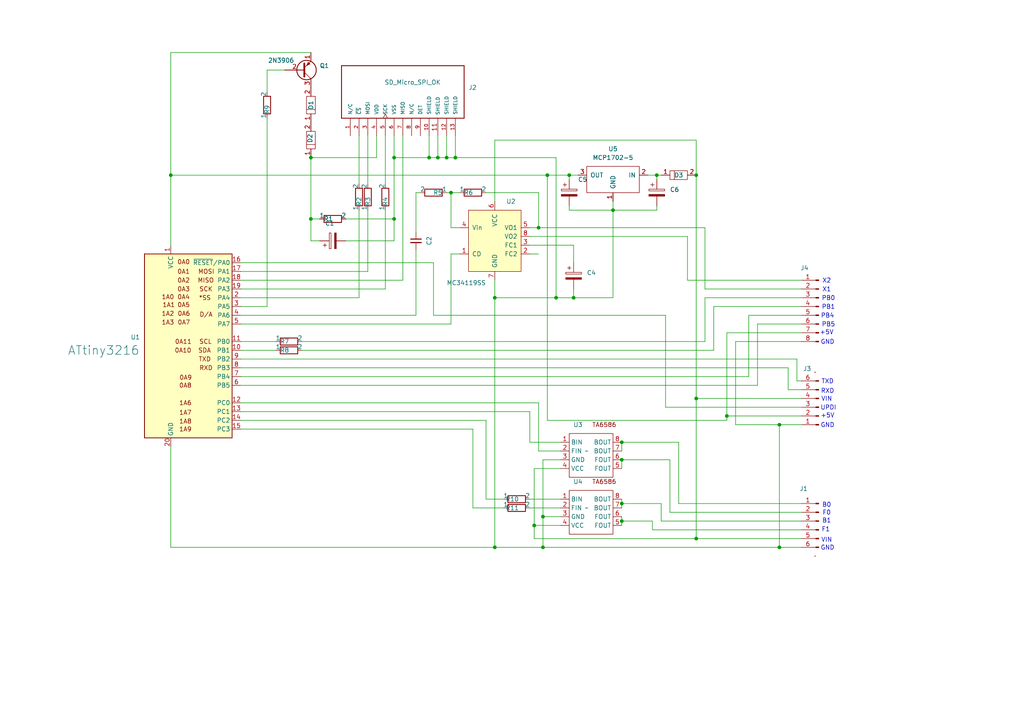
<source format=kicad_sch>
(kicad_sch
	(version 20231120)
	(generator "eeschema")
	(generator_version "8.0")
	(uuid "54b6beee-4c6a-4342-af12-14b5666ae137")
	(paper "A4")
	(lib_symbols
		(symbol "0_Library:1N4004"
			(pin_names
				(offset 1.016)
			)
			(exclude_from_sim no)
			(in_bom yes)
			(on_board yes)
			(property "Reference" "D"
				(at 5.08 0 0)
				(do_not_autoplace)
				(effects
					(font
						(size 1.27 1.27)
					)
				)
			)
			(property "Value" "1N4004"
				(at 12.7 -1.27 0)
				(do_not_autoplace)
				(effects
					(font
						(size 1.27 1.27)
					)
					(hide yes)
				)
			)
			(property "Footprint" "0_Footprint:DO_PWR"
				(at 3.81 -2.54 0)
				(effects
					(font
						(size 1.27 1.27)
					)
					(hide yes)
				)
			)
			(property "Datasheet" ""
				(at 5.08 0 0)
				(effects
					(font
						(size 1.27 1.27)
					)
					(hide yes)
				)
			)
			(property "Description" ""
				(at 0 0 0)
				(effects
					(font
						(size 1.27 1.27)
					)
					(hide yes)
				)
			)
			(symbol "1N4004_0_1"
				(polyline
					(pts
						(xy 3.81 1.27) (xy 3.81 -1.27)
					)
					(stroke
						(width 0)
						(type solid)
					)
					(fill
						(type none)
					)
				)
				(rectangle
					(start 2.54 1.27)
					(end 7.62 -1.27)
					(stroke
						(width 0)
						(type solid)
					)
					(fill
						(type none)
					)
				)
			)
			(symbol "1N4004_1_1"
				(pin input line
					(at 0 0 0)
					(length 2.54)
					(name "~"
						(effects
							(font
								(size 1.27 1.27)
							)
						)
					)
					(number "1"
						(effects
							(font
								(size 1.27 1.27)
							)
						)
					)
				)
				(pin input line
					(at 10.16 0 180)
					(length 2.54)
					(name "~"
						(effects
							(font
								(size 1.27 1.27)
							)
						)
					)
					(number "2"
						(effects
							(font
								(size 1.27 1.27)
							)
						)
					)
				)
			)
		)
		(symbol "0_Library:2N3906"
			(pin_names
				(offset 0) hide)
			(exclude_from_sim no)
			(in_bom yes)
			(on_board yes)
			(property "Reference" "Q"
				(at 5.08 1.905 0)
				(effects
					(font
						(size 1.27 1.27)
					)
					(justify left)
				)
			)
			(property "Value" "2N3906"
				(at 5.08 0 0)
				(effects
					(font
						(size 1.27 1.27)
					)
					(justify left)
				)
			)
			(property "Footprint" "0_Footprint:TO-92X"
				(at 5.08 -1.905 0)
				(effects
					(font
						(size 1.27 1.27)
						(italic yes)
					)
					(justify left)
					(hide yes)
				)
			)
			(property "Datasheet" "https://www.onsemi.com/pub/Collateral/2N3906-D.PDF"
				(at 0 0 0)
				(effects
					(font
						(size 1.27 1.27)
					)
					(justify left)
					(hide yes)
				)
			)
			(property "Description" "-0.2A Ic, -40V Vce, Small Signal PNP Transistor, TO-92"
				(at 0 0 0)
				(effects
					(font
						(size 1.27 1.27)
					)
					(hide yes)
				)
			)
			(property "ki_keywords" "PNP Transistor"
				(at 0 0 0)
				(effects
					(font
						(size 1.27 1.27)
					)
					(hide yes)
				)
			)
			(property "ki_fp_filters" "TO?92*"
				(at 0 0 0)
				(effects
					(font
						(size 1.27 1.27)
					)
					(hide yes)
				)
			)
			(symbol "2N3906_0_1"
				(polyline
					(pts
						(xy 0.635 0.635) (xy 2.54 2.54)
					)
					(stroke
						(width 0)
						(type solid)
					)
					(fill
						(type none)
					)
				)
				(polyline
					(pts
						(xy 0.635 -0.635) (xy 2.54 -2.54) (xy 2.54 -2.54)
					)
					(stroke
						(width 0)
						(type solid)
					)
					(fill
						(type none)
					)
				)
				(polyline
					(pts
						(xy 0.635 1.905) (xy 0.635 -1.905) (xy 0.635 -1.905)
					)
					(stroke
						(width 0.508)
						(type solid)
					)
					(fill
						(type none)
					)
				)
				(polyline
					(pts
						(xy 2.286 -1.778) (xy 1.778 -2.286) (xy 1.27 -1.27) (xy 2.286 -1.778) (xy 2.286 -1.778)
					)
					(stroke
						(width 0)
						(type solid)
					)
					(fill
						(type outline)
					)
				)
				(circle
					(center 1.27 0)
					(radius 2.8194)
					(stroke
						(width 0.254)
						(type solid)
					)
					(fill
						(type none)
					)
				)
			)
			(symbol "2N3906_1_1"
				(pin passive line
					(at 2.54 -5.08 90)
					(length 2.54)
					(name "E"
						(effects
							(font
								(size 1.27 1.27)
							)
						)
					)
					(number "1"
						(effects
							(font
								(size 1.27 1.27)
							)
						)
					)
				)
				(pin input line
					(at -5.08 0 0)
					(length 5.715)
					(name "B"
						(effects
							(font
								(size 1.27 1.27)
							)
						)
					)
					(number "2"
						(effects
							(font
								(size 1.27 1.27)
							)
						)
					)
				)
				(pin passive line
					(at 2.54 5.08 270)
					(length 2.54)
					(name "C"
						(effects
							(font
								(size 1.27 1.27)
							)
						)
					)
					(number "3"
						(effects
							(font
								(size 1.27 1.27)
							)
						)
					)
				)
			)
		)
		(symbol "0_Library:ATtiny3216SOIC"
			(exclude_from_sim no)
			(in_bom yes)
			(on_board yes)
			(property "Reference" "U"
				(at -12.7 21.59 0)
				(effects
					(font
						(size 1.27 1.27)
					)
					(justify left bottom)
				)
			)
			(property "Value" "ATtiny3216"
				(at -10.668 -26.67 90)
				(effects
					(font
						(size 2.54 2.54)
					)
					(justify left top)
				)
			)
			(property "Footprint" "0_Footprint:DIP-20_3216"
				(at -2.54 40.894 0)
				(effects
					(font
						(size 1.27 1.27)
						(italic yes)
					)
					(hide yes)
				)
			)
			(property "Datasheet" ""
				(at 0.254 36.322 0)
				(effects
					(font
						(size 1.27 1.27)
					)
					(hide yes)
				)
			)
			(property "Description" ""
				(at 0 41.148 0)
				(effects
					(font
						(size 1.27 1.27)
					)
					(hide yes)
				)
			)
			(property "ki_keywords" "AVR 8bit Microcontroller tinyAVR"
				(at 0 0 0)
				(effects
					(font
						(size 1.27 1.27)
					)
					(hide yes)
				)
			)
			(property "ki_fp_filters" "SOIC*7.5x12.8mm*P1.27mm*"
				(at 0 0 0)
				(effects
					(font
						(size 1.27 1.27)
					)
					(hide yes)
				)
			)
			(symbol "ATtiny3216SOIC_0_1"
				(rectangle
					(start -12.7 20.32)
					(end 12.7 -33.02)
					(stroke
						(width 0.254)
						(type default)
					)
					(fill
						(type background)
					)
				)
			)
			(symbol "ATtiny3216SOIC_1_1"
				(text "*SS"
					(at 6.604 7.62 0)
					(effects
						(font
							(size 1.27 1.27)
						)
						(justify right)
					)
				)
				(text "0A0"
					(at 0.508 18.034 0)
					(effects
						(font
							(size 1.27 1.27)
						)
						(justify right)
					)
				)
				(text "0A1"
					(at 0.508 15.24 0)
					(effects
						(font
							(size 1.27 1.27)
						)
						(justify right)
					)
				)
				(text "0A10"
					(at -1.524 -7.62 0)
					(effects
						(font
							(size 1.27 1.27)
						)
					)
				)
				(text "0A11"
					(at 1.016 -5.08 0)
					(effects
						(font
							(size 1.27 1.27)
						)
						(justify right)
					)
				)
				(text "0A2"
					(at 0.508 12.7 0)
					(effects
						(font
							(size 1.27 1.27)
						)
						(justify right)
					)
				)
				(text "0A3"
					(at 0.508 10.16 0)
					(effects
						(font
							(size 1.27 1.27)
						)
						(justify right)
					)
				)
				(text "0A4"
					(at 0.508 7.874 0)
					(effects
						(font
							(size 1.27 1.27)
						)
						(justify right)
					)
				)
				(text "0A5"
					(at 0.508 5.588 0)
					(effects
						(font
							(size 1.27 1.27)
						)
						(justify right)
					)
				)
				(text "0A6"
					(at -1.27 3.048 0)
					(effects
						(font
							(size 1.27 1.27)
						)
					)
				)
				(text "0A7"
					(at -1.27 0.508 0)
					(effects
						(font
							(size 1.27 1.27)
						)
					)
				)
				(text "0A8"
					(at 1.016 -17.78 0)
					(effects
						(font
							(size 1.27 1.27)
						)
						(justify right)
					)
				)
				(text "0A9"
					(at -0.762 -15.494 0)
					(effects
						(font
							(size 1.27 1.27)
						)
					)
				)
				(text "1A0"
					(at -4.064 7.874 0)
					(effects
						(font
							(size 1.27 1.27)
						)
						(justify right)
					)
				)
				(text "1A1"
					(at -3.81 5.588 0)
					(effects
						(font
							(size 1.27 1.27)
						)
						(justify right)
					)
				)
				(text "1A2"
					(at -4.064 3.048 0)
					(effects
						(font
							(size 1.27 1.27)
						)
						(justify right)
					)
				)
				(text "1A3"
					(at -4.064 0.508 0)
					(effects
						(font
							(size 1.27 1.27)
						)
						(justify right)
					)
				)
				(text "1A6"
					(at 1.016 -22.86 0)
					(effects
						(font
							(size 1.27 1.27)
						)
						(justify right)
					)
				)
				(text "1A7"
					(at 1.016 -25.654 0)
					(effects
						(font
							(size 1.27 1.27)
						)
						(justify right)
					)
				)
				(text "1A8"
					(at 1.016 -28.194 0)
					(effects
						(font
							(size 1.27 1.27)
						)
						(justify right)
					)
				)
				(text "1A9"
					(at 1.016 -30.48 0)
					(effects
						(font
							(size 1.27 1.27)
						)
						(justify right)
					)
				)
				(text "D/A"
					(at 7.112 2.794 0)
					(effects
						(font
							(size 1.27 1.27)
						)
						(justify right)
					)
				)
				(text "MISO"
					(at 5.08 12.7 0)
					(effects
						(font
							(size 1.27 1.27)
						)
					)
				)
				(text "MOSI"
					(at 7.62 15.24 0)
					(effects
						(font
							(size 1.27 1.27)
						)
						(justify right)
					)
				)
				(text "RXD"
					(at 7.112 -12.7 0)
					(effects
						(font
							(size 1.27 1.27)
						)
						(justify right)
					)
				)
				(text "SCK"
					(at 7.112 10.16 0)
					(effects
						(font
							(size 1.27 1.27)
						)
						(justify right)
					)
				)
				(text "SCL"
					(at 6.858 -5.08 0)
					(effects
						(font
							(size 1.27 1.27)
						)
						(justify right)
					)
				)
				(text "SDA"
					(at 6.604 -7.62 0)
					(effects
						(font
							(size 1.27 1.27)
						)
						(justify right)
					)
				)
				(text "TXD"
					(at 6.604 -10.16 0)
					(effects
						(font
							(size 1.27 1.27)
						)
						(justify right)
					)
				)
				(pin power_in line
					(at -5.08 22.86 270)
					(length 2.54)
					(name "VCC"
						(effects
							(font
								(size 1.27 1.27)
							)
						)
					)
					(number "1"
						(effects
							(font
								(size 1.27 1.27)
							)
						)
					)
				)
				(pin bidirectional line
					(at 15.24 -7.62 180)
					(length 2.54)
					(name "PB1"
						(effects
							(font
								(size 1.27 1.27)
							)
						)
					)
					(number "10"
						(effects
							(font
								(size 1.27 1.27)
							)
						)
					)
				)
				(pin bidirectional line
					(at 15.24 -5.08 180)
					(length 2.54)
					(name "PB0"
						(effects
							(font
								(size 1.27 1.27)
							)
						)
					)
					(number "11"
						(effects
							(font
								(size 1.27 1.27)
							)
						)
					)
				)
				(pin bidirectional line
					(at 15.24 -22.86 180)
					(length 2.54)
					(name "PC0"
						(effects
							(font
								(size 1.27 1.27)
							)
						)
					)
					(number "12"
						(effects
							(font
								(size 1.27 1.27)
							)
						)
					)
				)
				(pin bidirectional line
					(at 15.24 -25.4 180)
					(length 2.54)
					(name "PC1"
						(effects
							(font
								(size 1.27 1.27)
							)
						)
					)
					(number "13"
						(effects
							(font
								(size 1.27 1.27)
							)
						)
					)
				)
				(pin bidirectional line
					(at 15.24 -27.94 180)
					(length 2.54)
					(name "PC2"
						(effects
							(font
								(size 1.27 1.27)
							)
						)
					)
					(number "14"
						(effects
							(font
								(size 1.27 1.27)
							)
						)
					)
				)
				(pin bidirectional line
					(at 15.24 -30.48 180)
					(length 2.54)
					(name "PC3"
						(effects
							(font
								(size 1.27 1.27)
							)
						)
					)
					(number "15"
						(effects
							(font
								(size 1.27 1.27)
							)
						)
					)
				)
				(pin bidirectional line
					(at 15.24 17.78 180)
					(length 2.54)
					(name "~{RESET}/PA0"
						(effects
							(font
								(size 1.27 1.27)
							)
						)
					)
					(number "16"
						(effects
							(font
								(size 1.27 1.27)
							)
						)
					)
				)
				(pin bidirectional line
					(at 15.24 15.24 180)
					(length 2.54)
					(name "PA1"
						(effects
							(font
								(size 1.27 1.27)
							)
						)
					)
					(number "17"
						(effects
							(font
								(size 1.27 1.27)
							)
						)
					)
				)
				(pin bidirectional line
					(at 15.24 12.7 180)
					(length 2.54)
					(name "PA2"
						(effects
							(font
								(size 1.27 1.27)
							)
						)
					)
					(number "18"
						(effects
							(font
								(size 1.27 1.27)
							)
						)
					)
				)
				(pin bidirectional line
					(at 15.24 10.16 180)
					(length 2.54)
					(name "PA3"
						(effects
							(font
								(size 1.27 1.27)
							)
						)
					)
					(number "19"
						(effects
							(font
								(size 1.27 1.27)
							)
						)
					)
				)
				(pin bidirectional line
					(at 15.24 7.62 180)
					(length 2.54)
					(name "PA4"
						(effects
							(font
								(size 1.27 1.27)
							)
						)
					)
					(number "2"
						(effects
							(font
								(size 1.27 1.27)
							)
						)
					)
				)
				(pin power_in line
					(at -5.08 -35.56 90)
					(length 2.54)
					(name "GND"
						(effects
							(font
								(size 1.27 1.27)
							)
						)
					)
					(number "20"
						(effects
							(font
								(size 1.27 1.27)
							)
						)
					)
				)
				(pin bidirectional line
					(at 15.24 5.08 180)
					(length 2.54)
					(name "PA5"
						(effects
							(font
								(size 1.27 1.27)
							)
						)
					)
					(number "3"
						(effects
							(font
								(size 1.27 1.27)
							)
						)
					)
				)
				(pin bidirectional line
					(at 15.24 2.54 180)
					(length 2.54)
					(name "PA6"
						(effects
							(font
								(size 1.27 1.27)
							)
						)
					)
					(number "4"
						(effects
							(font
								(size 1.27 1.27)
							)
						)
					)
				)
				(pin bidirectional line
					(at 15.24 0 180)
					(length 2.54)
					(name "PA7"
						(effects
							(font
								(size 1.27 1.27)
							)
						)
					)
					(number "5"
						(effects
							(font
								(size 1.27 1.27)
							)
						)
					)
				)
				(pin bidirectional line
					(at 15.24 -17.78 180)
					(length 2.54)
					(name "PB5"
						(effects
							(font
								(size 1.27 1.27)
							)
						)
					)
					(number "6"
						(effects
							(font
								(size 1.27 1.27)
							)
						)
					)
				)
				(pin bidirectional line
					(at 15.24 -15.24 180)
					(length 2.54)
					(name "PB4"
						(effects
							(font
								(size 1.27 1.27)
							)
						)
					)
					(number "7"
						(effects
							(font
								(size 1.27 1.27)
							)
						)
					)
				)
				(pin bidirectional line
					(at 15.24 -12.7 180)
					(length 2.54)
					(name "PB3"
						(effects
							(font
								(size 1.27 1.27)
							)
						)
					)
					(number "8"
						(effects
							(font
								(size 1.27 1.27)
							)
						)
					)
				)
				(pin bidirectional line
					(at 15.24 -10.16 180)
					(length 2.54)
					(name "PB2"
						(effects
							(font
								(size 1.27 1.27)
							)
						)
					)
					(number "9"
						(effects
							(font
								(size 1.27 1.27)
							)
						)
					)
				)
			)
		)
		(symbol "0_Library:CP_Med"
			(pin_numbers hide)
			(pin_names
				(offset 0.254)
			)
			(exclude_from_sim no)
			(in_bom yes)
			(on_board yes)
			(property "Reference" "C"
				(at 0.635 1.27 0)
				(effects
					(font
						(size 1.27 1.27)
					)
					(justify left)
				)
			)
			(property "Value" "CP_Med"
				(at 0.635 -3.81 0)
				(effects
					(font
						(size 1.27 1.27)
					)
					(justify left)
					(hide yes)
				)
			)
			(property "Footprint" "0_Footprint:CP_Radial_D6.3mm_P2.50mm"
				(at 0.9652 -5.08 0)
				(effects
					(font
						(size 1.27 1.27)
					)
					(hide yes)
				)
			)
			(property "Datasheet" "~"
				(at 0 -1.27 0)
				(effects
					(font
						(size 1.27 1.27)
					)
					(hide yes)
				)
			)
			(property "Description" "Polarized capacitor"
				(at 0 0 0)
				(effects
					(font
						(size 1.27 1.27)
					)
					(hide yes)
				)
			)
			(property "ki_keywords" "cap capacitor"
				(at 0 0 0)
				(effects
					(font
						(size 1.27 1.27)
					)
					(hide yes)
				)
			)
			(property "ki_fp_filters" "CP_*"
				(at 0 0 0)
				(effects
					(font
						(size 1.27 1.27)
					)
					(hide yes)
				)
			)
			(symbol "CP_Med_0_1"
				(rectangle
					(start -2.286 -0.762)
					(end 2.286 -0.254)
					(stroke
						(width 0)
						(type solid)
					)
					(fill
						(type none)
					)
				)
				(polyline
					(pts
						(xy -1.778 1.016) (xy -0.762 1.016)
					)
					(stroke
						(width 0)
						(type solid)
					)
					(fill
						(type none)
					)
				)
				(polyline
					(pts
						(xy -1.27 1.524) (xy -1.27 0.508)
					)
					(stroke
						(width 0)
						(type solid)
					)
					(fill
						(type none)
					)
				)
				(rectangle
					(start 2.286 -1.778)
					(end -2.286 -2.286)
					(stroke
						(width 0)
						(type solid)
					)
					(fill
						(type outline)
					)
				)
			)
			(symbol "CP_Med_1_1"
				(pin passive line
					(at 0 2.54 270)
					(length 2.794)
					(name "~"
						(effects
							(font
								(size 1.27 1.27)
							)
						)
					)
					(number "1"
						(effects
							(font
								(size 1.27 1.27)
							)
						)
					)
				)
				(pin passive line
					(at 0 -5.08 90)
					(length 2.794)
					(name "~"
						(effects
							(font
								(size 1.27 1.27)
							)
						)
					)
					(number "2"
						(effects
							(font
								(size 1.27 1.27)
							)
						)
					)
				)
			)
		)
		(symbol "0_Library:CP_Small"
			(pin_numbers hide)
			(pin_names
				(offset 0.0508)
			)
			(exclude_from_sim no)
			(in_bom yes)
			(on_board yes)
			(property "Reference" "C"
				(at 0.635 6.35 0)
				(effects
					(font
						(size 1.27 1.27)
					)
					(justify left)
				)
			)
			(property "Value" "CP_Small"
				(at 0.635 1.27 0)
				(effects
					(font
						(size 1.27 1.27)
					)
					(justify left)
					(hide yes)
				)
			)
			(property "Footprint" "Capacitor_THT:CP_Radial_D4.0mm_P2.00mm"
				(at 0.9652 0 0)
				(effects
					(font
						(size 1.27 1.27)
					)
					(hide yes)
				)
			)
			(property "Datasheet" "~"
				(at 0 3.81 0)
				(effects
					(font
						(size 1.27 1.27)
					)
					(hide yes)
				)
			)
			(property "Description" "Polarized capacitor"
				(at 0 0 0)
				(effects
					(font
						(size 1.27 1.27)
					)
					(hide yes)
				)
			)
			(property "ki_keywords" "cap capacitor"
				(at 0 0 0)
				(effects
					(font
						(size 1.27 1.27)
					)
					(hide yes)
				)
			)
			(property "ki_fp_filters" "CP_*"
				(at 0 0 0)
				(effects
					(font
						(size 1.27 1.27)
					)
					(hide yes)
				)
			)
			(symbol "CP_Small_0_1"
				(rectangle
					(start -2.286 4.318)
					(end 2.286 4.826)
					(stroke
						(width 0)
						(type solid)
					)
					(fill
						(type none)
					)
				)
				(polyline
					(pts
						(xy -1.778 6.096) (xy -0.762 6.096)
					)
					(stroke
						(width 0)
						(type solid)
					)
					(fill
						(type none)
					)
				)
				(polyline
					(pts
						(xy -1.27 6.604) (xy -1.27 5.588)
					)
					(stroke
						(width 0)
						(type solid)
					)
					(fill
						(type none)
					)
				)
				(rectangle
					(start 2.286 3.302)
					(end -2.286 2.794)
					(stroke
						(width 0)
						(type solid)
					)
					(fill
						(type outline)
					)
				)
			)
			(symbol "CP_Small_1_1"
				(pin passive line
					(at 0 7.62 270)
					(length 2.794)
					(name "~"
						(effects
							(font
								(size 1.27 1.27)
							)
						)
					)
					(number "1"
						(effects
							(font
								(size 1.27 1.27)
							)
						)
					)
				)
				(pin passive line
					(at 0 0 90)
					(length 2.794)
					(name "~"
						(effects
							(font
								(size 1.27 1.27)
							)
						)
					)
					(number "2"
						(effects
							(font
								(size 1.27 1.27)
							)
						)
					)
				)
			)
		)
		(symbol "0_Library:C_Disc"
			(pin_numbers hide)
			(pin_names
				(offset 0.254) hide)
			(exclude_from_sim no)
			(in_bom yes)
			(on_board yes)
			(property "Reference" "C"
				(at 0.254 1.778 0)
				(effects
					(font
						(size 1.27 1.27)
					)
					(justify left)
				)
			)
			(property "Value" "C_Disc"
				(at 0.254 -2.032 0)
				(effects
					(font
						(size 1.27 1.27)
					)
					(justify left)
					(hide yes)
				)
			)
			(property "Footprint" "0_Footprint:C_Disc1"
				(at 0 0 0)
				(effects
					(font
						(size 1.27 1.27)
					)
					(hide yes)
				)
			)
			(property "Datasheet" "~"
				(at 0 0 0)
				(effects
					(font
						(size 1.27 1.27)
					)
					(hide yes)
				)
			)
			(property "Description" "Unpolarized capacitor, small symbol"
				(at 0 0 0)
				(effects
					(font
						(size 1.27 1.27)
					)
					(hide yes)
				)
			)
			(property "ki_keywords" "capacitor cap"
				(at 0 0 0)
				(effects
					(font
						(size 1.27 1.27)
					)
					(hide yes)
				)
			)
			(property "ki_fp_filters" "C_*"
				(at 0 0 0)
				(effects
					(font
						(size 1.27 1.27)
					)
					(hide yes)
				)
			)
			(symbol "C_Disc_0_1"
				(polyline
					(pts
						(xy -1.524 -0.508) (xy 1.524 -0.508)
					)
					(stroke
						(width 0.3302)
						(type solid)
					)
					(fill
						(type none)
					)
				)
				(polyline
					(pts
						(xy -1.524 0.508) (xy 1.524 0.508)
					)
					(stroke
						(width 0.3048)
						(type solid)
					)
					(fill
						(type none)
					)
				)
			)
			(symbol "C_Disc_1_1"
				(pin passive line
					(at 0 2.54 270)
					(length 2.032)
					(name "~"
						(effects
							(font
								(size 1.27 1.27)
							)
						)
					)
					(number "1"
						(effects
							(font
								(size 1.27 1.27)
							)
						)
					)
				)
				(pin passive line
					(at 0 -2.54 90)
					(length 2.032)
					(name "~"
						(effects
							(font
								(size 1.27 1.27)
							)
						)
					)
					(number "2"
						(effects
							(font
								(size 1.27 1.27)
							)
						)
					)
				)
			)
		)
		(symbol "0_Library:Conn_01x06_F"
			(pin_names
				(offset 1.016) hide)
			(exclude_from_sim no)
			(in_bom yes)
			(on_board yes)
			(property "Reference" "J"
				(at 0 10.16 0)
				(effects
					(font
						(size 1.27 1.27)
					)
				)
			)
			(property "Value" "Conn_01x06_F"
				(at 0 -10.16 0)
				(effects
					(font
						(size 1.27 1.27)
					)
					(hide yes)
				)
			)
			(property "Footprint" "Connector_PinHeader_2.54mm:PinHeader_1x06_P2.54mm_Horizontal"
				(at 0 0 0)
				(effects
					(font
						(size 1.27 1.27)
					)
					(hide yes)
				)
			)
			(property "Datasheet" "~"
				(at 0 0 0)
				(effects
					(font
						(size 1.27 1.27)
					)
					(hide yes)
				)
			)
			(property "Description" "Generic connector, single row, 01x07, script generated (kicad-library-utils/schlib/autogen/connector/)"
				(at 0 0 0)
				(effects
					(font
						(size 1.27 1.27)
					)
					(hide yes)
				)
			)
			(property "ki_keywords" "connector"
				(at 0 0 0)
				(effects
					(font
						(size 1.27 1.27)
					)
					(hide yes)
				)
			)
			(property "ki_fp_filters" "Connector*:*_1x??_*"
				(at 0 0 0)
				(effects
					(font
						(size 1.27 1.27)
					)
					(hide yes)
				)
			)
			(symbol "Conn_01x06_F_1_1"
				(polyline
					(pts
						(xy 1.27 -7.62) (xy 0.8636 -7.62)
					)
					(stroke
						(width 0.1524)
						(type solid)
					)
					(fill
						(type none)
					)
				)
				(polyline
					(pts
						(xy 1.27 -5.08) (xy 0.8636 -5.08)
					)
					(stroke
						(width 0.1524)
						(type solid)
					)
					(fill
						(type none)
					)
				)
				(polyline
					(pts
						(xy 1.27 -2.54) (xy 0.8636 -2.54)
					)
					(stroke
						(width 0.1524)
						(type solid)
					)
					(fill
						(type none)
					)
				)
				(polyline
					(pts
						(xy 1.27 0) (xy 0.8636 0)
					)
					(stroke
						(width 0.1524)
						(type solid)
					)
					(fill
						(type none)
					)
				)
				(polyline
					(pts
						(xy 1.27 2.54) (xy 0.8636 2.54)
					)
					(stroke
						(width 0.1524)
						(type solid)
					)
					(fill
						(type none)
					)
				)
				(polyline
					(pts
						(xy 1.27 5.08) (xy 0.8636 5.08)
					)
					(stroke
						(width 0.1524)
						(type solid)
					)
					(fill
						(type none)
					)
				)
				(polyline
					(pts
						(xy 1.27 7.62) (xy 0.8636 7.62)
					)
					(stroke
						(width 0.1524)
						(type solid)
					)
					(fill
						(type none)
					)
				)
				(rectangle
					(start 0.8636 -4.953)
					(end 0 -5.207)
					(stroke
						(width 0.1524)
						(type solid)
					)
					(fill
						(type outline)
					)
				)
				(rectangle
					(start 0.8636 -2.413)
					(end 0 -2.667)
					(stroke
						(width 0.1524)
						(type solid)
					)
					(fill
						(type outline)
					)
				)
				(rectangle
					(start 0.8636 0.127)
					(end 0 -0.127)
					(stroke
						(width 0.1524)
						(type solid)
					)
					(fill
						(type outline)
					)
				)
				(rectangle
					(start 0.8636 2.667)
					(end 0 2.413)
					(stroke
						(width 0.1524)
						(type solid)
					)
					(fill
						(type outline)
					)
				)
				(rectangle
					(start 0.8636 5.207)
					(end 0 4.953)
					(stroke
						(width 0.1524)
						(type solid)
					)
					(fill
						(type outline)
					)
				)
				(rectangle
					(start 0.8636 7.747)
					(end 0 7.493)
					(stroke
						(width 0.1524)
						(type solid)
					)
					(fill
						(type outline)
					)
				)
				(pin passive line
					(at 5.08 7.62 180)
					(length 3.81)
					(name "Pin_1"
						(effects
							(font
								(size 1.27 1.27)
							)
						)
					)
					(number "1"
						(effects
							(font
								(size 1.27 1.27)
							)
						)
					)
				)
				(pin passive line
					(at 5.08 5.08 180)
					(length 3.81)
					(name "Pin_2"
						(effects
							(font
								(size 1.27 1.27)
							)
						)
					)
					(number "2"
						(effects
							(font
								(size 1.27 1.27)
							)
						)
					)
				)
				(pin passive line
					(at 5.08 2.54 180)
					(length 3.81)
					(name "Pin_3"
						(effects
							(font
								(size 1.27 1.27)
							)
						)
					)
					(number "3"
						(effects
							(font
								(size 1.27 1.27)
							)
						)
					)
				)
				(pin passive line
					(at 5.08 0 180)
					(length 3.81)
					(name "Pin_4"
						(effects
							(font
								(size 1.27 1.27)
							)
						)
					)
					(number "4"
						(effects
							(font
								(size 1.27 1.27)
							)
						)
					)
				)
				(pin passive line
					(at 5.08 -2.54 180)
					(length 3.81)
					(name "Pin_5"
						(effects
							(font
								(size 1.27 1.27)
							)
						)
					)
					(number "5"
						(effects
							(font
								(size 1.27 1.27)
							)
						)
					)
				)
				(pin passive line
					(at 5.08 -5.08 180)
					(length 3.81)
					(name "Pin_6"
						(effects
							(font
								(size 1.27 1.27)
							)
						)
					)
					(number "6"
						(effects
							(font
								(size 1.27 1.27)
							)
						)
					)
				)
			)
		)
		(symbol "0_Library:Conn_01x08_Pin"
			(pin_names
				(offset 1.016) hide)
			(exclude_from_sim no)
			(in_bom yes)
			(on_board yes)
			(property "Reference" "J"
				(at 0 10.16 0)
				(effects
					(font
						(size 1.27 1.27)
					)
				)
			)
			(property "Value" ""
				(at 0 -12.7 0)
				(effects
					(font
						(size 1.27 1.27)
					)
					(hide yes)
				)
			)
			(property "Footprint" "Connector_PinHeader_2.54mm:PinHeader_1x08_P2.54mm_Horizontal"
				(at 0 0 0)
				(effects
					(font
						(size 1.27 1.27)
					)
					(hide yes)
				)
			)
			(property "Datasheet" "~"
				(at 0 0 0)
				(effects
					(font
						(size 1.27 1.27)
					)
					(hide yes)
				)
			)
			(property "Description" ""
				(at 0 0 0)
				(effects
					(font
						(size 1.27 1.27)
					)
					(hide yes)
				)
			)
			(property "ki_keywords" "connector"
				(at 0 0 0)
				(effects
					(font
						(size 1.27 1.27)
					)
					(hide yes)
				)
			)
			(property "ki_fp_filters" "Connector*:*_1x??_*"
				(at 0 0 0)
				(effects
					(font
						(size 1.27 1.27)
					)
					(hide yes)
				)
			)
			(symbol "Conn_01x08_Pin_1_1"
				(polyline
					(pts
						(xy 1.27 -10.16) (xy 0.8636 -10.16)
					)
					(stroke
						(width 0.1524)
						(type default)
					)
					(fill
						(type none)
					)
				)
				(polyline
					(pts
						(xy 1.27 -7.62) (xy 0.8636 -7.62)
					)
					(stroke
						(width 0.1524)
						(type default)
					)
					(fill
						(type none)
					)
				)
				(polyline
					(pts
						(xy 1.27 -5.08) (xy 0.8636 -5.08)
					)
					(stroke
						(width 0.1524)
						(type default)
					)
					(fill
						(type none)
					)
				)
				(polyline
					(pts
						(xy 1.27 -2.54) (xy 0.8636 -2.54)
					)
					(stroke
						(width 0.1524)
						(type default)
					)
					(fill
						(type none)
					)
				)
				(polyline
					(pts
						(xy 1.27 0) (xy 0.8636 0)
					)
					(stroke
						(width 0.1524)
						(type default)
					)
					(fill
						(type none)
					)
				)
				(polyline
					(pts
						(xy 1.27 2.54) (xy 0.8636 2.54)
					)
					(stroke
						(width 0.1524)
						(type default)
					)
					(fill
						(type none)
					)
				)
				(polyline
					(pts
						(xy 1.27 5.08) (xy 0.8636 5.08)
					)
					(stroke
						(width 0.1524)
						(type default)
					)
					(fill
						(type none)
					)
				)
				(polyline
					(pts
						(xy 1.27 7.62) (xy 0.8636 7.62)
					)
					(stroke
						(width 0.1524)
						(type default)
					)
					(fill
						(type none)
					)
				)
				(rectangle
					(start 0.8636 -10.033)
					(end 0 -10.287)
					(stroke
						(width 0.1524)
						(type default)
					)
					(fill
						(type outline)
					)
				)
				(rectangle
					(start 0.8636 -7.493)
					(end 0 -7.747)
					(stroke
						(width 0.1524)
						(type default)
					)
					(fill
						(type outline)
					)
				)
				(rectangle
					(start 0.8636 -4.953)
					(end 0 -5.207)
					(stroke
						(width 0.1524)
						(type default)
					)
					(fill
						(type outline)
					)
				)
				(rectangle
					(start 0.8636 -2.413)
					(end 0 -2.667)
					(stroke
						(width 0.1524)
						(type default)
					)
					(fill
						(type outline)
					)
				)
				(rectangle
					(start 0.8636 0.127)
					(end 0 -0.127)
					(stroke
						(width 0.1524)
						(type default)
					)
					(fill
						(type outline)
					)
				)
				(rectangle
					(start 0.8636 2.667)
					(end 0 2.413)
					(stroke
						(width 0.1524)
						(type default)
					)
					(fill
						(type outline)
					)
				)
				(rectangle
					(start 0.8636 5.207)
					(end 0 4.953)
					(stroke
						(width 0.1524)
						(type default)
					)
					(fill
						(type outline)
					)
				)
				(rectangle
					(start 0.8636 7.747)
					(end 0 7.493)
					(stroke
						(width 0.1524)
						(type default)
					)
					(fill
						(type outline)
					)
				)
				(pin passive line
					(at 5.08 7.62 180)
					(length 3.81)
					(name "Pin_1"
						(effects
							(font
								(size 1.27 1.27)
							)
						)
					)
					(number "1"
						(effects
							(font
								(size 1.27 1.27)
							)
						)
					)
				)
				(pin passive line
					(at 5.08 5.08 180)
					(length 3.81)
					(name "Pin_2"
						(effects
							(font
								(size 1.27 1.27)
							)
						)
					)
					(number "2"
						(effects
							(font
								(size 1.27 1.27)
							)
						)
					)
				)
				(pin passive line
					(at 5.08 2.54 180)
					(length 3.81)
					(name "Pin_3"
						(effects
							(font
								(size 1.27 1.27)
							)
						)
					)
					(number "3"
						(effects
							(font
								(size 1.27 1.27)
							)
						)
					)
				)
				(pin passive line
					(at 5.08 0 180)
					(length 3.81)
					(name "Pin_4"
						(effects
							(font
								(size 1.27 1.27)
							)
						)
					)
					(number "4"
						(effects
							(font
								(size 1.27 1.27)
							)
						)
					)
				)
				(pin passive line
					(at 5.08 -2.54 180)
					(length 3.81)
					(name "Pin_5"
						(effects
							(font
								(size 1.27 1.27)
							)
						)
					)
					(number "5"
						(effects
							(font
								(size 1.27 1.27)
							)
						)
					)
				)
				(pin passive line
					(at 5.08 -5.08 180)
					(length 3.81)
					(name "Pin_6"
						(effects
							(font
								(size 1.27 1.27)
							)
						)
					)
					(number "6"
						(effects
							(font
								(size 1.27 1.27)
							)
						)
					)
				)
				(pin passive line
					(at 5.08 -7.62 180)
					(length 3.81)
					(name "Pin_7"
						(effects
							(font
								(size 1.27 1.27)
							)
						)
					)
					(number "7"
						(effects
							(font
								(size 1.27 1.27)
							)
						)
					)
				)
				(pin passive line
					(at 5.08 -10.16 180)
					(length 3.81)
					(name "Pin_8"
						(effects
							(font
								(size 1.27 1.27)
							)
						)
					)
					(number "8"
						(effects
							(font
								(size 1.27 1.27)
							)
						)
					)
				)
			)
		)
		(symbol "0_Library:Conn_1x6_M"
			(pin_names
				(offset 1.016) hide)
			(exclude_from_sim no)
			(in_bom yes)
			(on_board yes)
			(property "Reference" "J"
				(at 0 10.16 0)
				(effects
					(font
						(size 1.27 1.27)
					)
				)
			)
			(property "Value" "Conn_1x6_M"
				(at 0 -10.16 0)
				(effects
					(font
						(size 1.27 1.27)
					)
					(hide yes)
				)
			)
			(property "Footprint" "0_Footprint:Foot1x6"
				(at 0 0 0)
				(effects
					(font
						(size 1.27 1.27)
					)
					(hide yes)
				)
			)
			(property "Datasheet" "~"
				(at 0 0 0)
				(effects
					(font
						(size 1.27 1.27)
					)
					(hide yes)
				)
			)
			(property "Description" "Generic connector, single row, 01x07, script generated (kicad-library-utils/schlib/autogen/connector/)"
				(at 0 0 0)
				(effects
					(font
						(size 1.27 1.27)
					)
					(hide yes)
				)
			)
			(property "ki_keywords" "connector"
				(at 0 0 0)
				(effects
					(font
						(size 1.27 1.27)
					)
					(hide yes)
				)
			)
			(property "ki_fp_filters" "Connector*:*_1x??_*"
				(at 0 0 0)
				(effects
					(font
						(size 1.27 1.27)
					)
					(hide yes)
				)
			)
			(symbol "Conn_1x6_M_1_1"
				(polyline
					(pts
						(xy 1.27 -7.62) (xy 0.8636 -7.62)
					)
					(stroke
						(width 0.1524)
						(type solid)
					)
					(fill
						(type none)
					)
				)
				(polyline
					(pts
						(xy 1.27 -5.08) (xy 0.8636 -5.08)
					)
					(stroke
						(width 0.1524)
						(type solid)
					)
					(fill
						(type none)
					)
				)
				(polyline
					(pts
						(xy 1.27 -2.54) (xy 0.8636 -2.54)
					)
					(stroke
						(width 0.1524)
						(type solid)
					)
					(fill
						(type none)
					)
				)
				(polyline
					(pts
						(xy 1.27 0) (xy 0.8636 0)
					)
					(stroke
						(width 0.1524)
						(type solid)
					)
					(fill
						(type none)
					)
				)
				(polyline
					(pts
						(xy 1.27 2.54) (xy 0.8636 2.54)
					)
					(stroke
						(width 0.1524)
						(type solid)
					)
					(fill
						(type none)
					)
				)
				(polyline
					(pts
						(xy 1.27 5.08) (xy 0.8636 5.08)
					)
					(stroke
						(width 0.1524)
						(type solid)
					)
					(fill
						(type none)
					)
				)
				(polyline
					(pts
						(xy 1.27 7.62) (xy 0.8636 7.62)
					)
					(stroke
						(width 0.1524)
						(type solid)
					)
					(fill
						(type none)
					)
				)
				(rectangle
					(start 0.8636 -4.953)
					(end 0 -5.207)
					(stroke
						(width 0.1524)
						(type solid)
					)
					(fill
						(type outline)
					)
				)
				(rectangle
					(start 0.8636 -2.413)
					(end 0 -2.667)
					(stroke
						(width 0.1524)
						(type solid)
					)
					(fill
						(type outline)
					)
				)
				(rectangle
					(start 0.8636 0.127)
					(end 0 -0.127)
					(stroke
						(width 0.1524)
						(type solid)
					)
					(fill
						(type outline)
					)
				)
				(rectangle
					(start 0.8636 2.667)
					(end 0 2.413)
					(stroke
						(width 0.1524)
						(type solid)
					)
					(fill
						(type outline)
					)
				)
				(rectangle
					(start 0.8636 5.207)
					(end 0 4.953)
					(stroke
						(width 0.1524)
						(type solid)
					)
					(fill
						(type outline)
					)
				)
				(rectangle
					(start 0.8636 7.747)
					(end 0 7.493)
					(stroke
						(width 0.1524)
						(type solid)
					)
					(fill
						(type outline)
					)
				)
				(pin passive line
					(at 5.08 7.62 180)
					(length 3.81)
					(name "Pin_1"
						(effects
							(font
								(size 1.27 1.27)
							)
						)
					)
					(number "1"
						(effects
							(font
								(size 1.27 1.27)
							)
						)
					)
				)
				(pin passive line
					(at 5.08 5.08 180)
					(length 3.81)
					(name "Pin_2"
						(effects
							(font
								(size 1.27 1.27)
							)
						)
					)
					(number "2"
						(effects
							(font
								(size 1.27 1.27)
							)
						)
					)
				)
				(pin passive line
					(at 5.08 2.54 180)
					(length 3.81)
					(name "Pin_3"
						(effects
							(font
								(size 1.27 1.27)
							)
						)
					)
					(number "3"
						(effects
							(font
								(size 1.27 1.27)
							)
						)
					)
				)
				(pin passive line
					(at 5.08 0 180)
					(length 3.81)
					(name "Pin_4"
						(effects
							(font
								(size 1.27 1.27)
							)
						)
					)
					(number "4"
						(effects
							(font
								(size 1.27 1.27)
							)
						)
					)
				)
				(pin passive line
					(at 5.08 -2.54 180)
					(length 3.81)
					(name "Pin_5"
						(effects
							(font
								(size 1.27 1.27)
							)
						)
					)
					(number "5"
						(effects
							(font
								(size 1.27 1.27)
							)
						)
					)
				)
				(pin passive line
					(at 5.08 -5.08 180)
					(length 3.81)
					(name "Pin_6"
						(effects
							(font
								(size 1.27 1.27)
							)
						)
					)
					(number "6"
						(effects
							(font
								(size 1.27 1.27)
							)
						)
					)
				)
			)
		)
		(symbol "0_Library:MC34119SS"
			(pin_names
				(offset 1.016)
			)
			(exclude_from_sim no)
			(in_bom yes)
			(on_board yes)
			(property "Reference" "U"
				(at 5.08 7.62 0)
				(effects
					(font
						(size 1.27 1.27)
					)
				)
			)
			(property "Value" "MC34119SS"
				(at -7.62 7.62 0)
				(effects
					(font
						(size 1.27 1.27)
					)
				)
			)
			(property "Footprint" "Package_SO:SOIC-8_3.9x4.9mm_P1.27mm"
				(at 0 0 0)
				(effects
					(font
						(size 1.27 1.27)
					)
					(hide yes)
				)
			)
			(property "Datasheet" ""
				(at 0 0 0)
				(effects
					(font
						(size 1.27 1.27)
					)
					(hide yes)
				)
			)
			(property "Description" ""
				(at 0 0 0)
				(effects
					(font
						(size 1.27 1.27)
					)
					(hide yes)
				)
			)
			(symbol "MC34119SS_0_1"
				(rectangle
					(start -7.62 5.08)
					(end 7.62 -12.7)
					(stroke
						(width 0)
						(type solid)
					)
					(fill
						(type background)
					)
				)
			)
			(symbol "MC34119SS_1_1"
				(pin input line
					(at -10.16 -7.62 0)
					(length 2.54)
					(name "CD"
						(effects
							(font
								(size 1.27 1.27)
							)
						)
					)
					(number "1"
						(effects
							(font
								(size 1.27 1.27)
							)
						)
					)
				)
				(pin input line
					(at 10.16 -7.62 180)
					(length 2.54)
					(name "FC2"
						(effects
							(font
								(size 1.27 1.27)
							)
						)
					)
					(number "2"
						(effects
							(font
								(size 1.27 1.27)
							)
						)
					)
				)
				(pin input line
					(at 10.16 -5.08 180)
					(length 2.54)
					(name "FC1"
						(effects
							(font
								(size 1.27 1.27)
							)
						)
					)
					(number "3"
						(effects
							(font
								(size 1.27 1.27)
							)
						)
					)
				)
				(pin input line
					(at -10.16 0 0)
					(length 2.54)
					(name "Vin"
						(effects
							(font
								(size 1.27 1.27)
							)
						)
					)
					(number "4"
						(effects
							(font
								(size 1.27 1.27)
							)
						)
					)
				)
				(pin output line
					(at 10.16 0 180)
					(length 2.54)
					(name "VO1"
						(effects
							(font
								(size 1.27 1.27)
							)
						)
					)
					(number "5"
						(effects
							(font
								(size 1.27 1.27)
							)
						)
					)
				)
				(pin input line
					(at 0 7.62 270)
					(length 2.54)
					(name "VCC"
						(effects
							(font
								(size 1.27 1.27)
							)
						)
					)
					(number "6"
						(effects
							(font
								(size 1.27 1.27)
							)
						)
					)
				)
				(pin input line
					(at 0 -15.24 90)
					(length 2.54)
					(name "GND"
						(effects
							(font
								(size 1.27 1.27)
							)
						)
					)
					(number "7"
						(effects
							(font
								(size 1.27 1.27)
							)
						)
					)
				)
				(pin output line
					(at 10.16 -2.54 180)
					(length 2.54)
					(name "VO2"
						(effects
							(font
								(size 1.27 1.27)
							)
						)
					)
					(number "8"
						(effects
							(font
								(size 1.27 1.27)
							)
						)
					)
				)
			)
		)
		(symbol "0_Library:MCP1702-5"
			(pin_names
				(offset 1.016)
			)
			(exclude_from_sim no)
			(in_bom yes)
			(on_board yes)
			(property "Reference" "U"
				(at -7.62 7.62 0)
				(effects
					(font
						(size 1.27 1.27)
					)
				)
			)
			(property "Value" "MCP1702-5"
				(at -2.54 5.08 0)
				(effects
					(font
						(size 1.27 1.27)
					)
				)
			)
			(property "Footprint" "0_Footprint:TO-92X"
				(at 7.62 -7.62 0)
				(effects
					(font
						(size 1.27 1.27)
					)
					(hide yes)
				)
			)
			(property "Datasheet" ""
				(at 0 0 0)
				(effects
					(font
						(size 1.27 1.27)
					)
					(hide yes)
				)
			)
			(property "Description" ""
				(at 0 0 0)
				(effects
					(font
						(size 1.27 1.27)
					)
					(hide yes)
				)
			)
			(symbol "MCP1702-5_0_1"
				(rectangle
					(start -10.16 2.54)
					(end 5.08 -5.08)
					(stroke
						(width 0)
						(type solid)
					)
					(fill
						(type none)
					)
				)
			)
			(symbol "MCP1702-5_1_1"
				(pin input line
					(at -2.54 -7.62 90)
					(length 2.54)
					(name "GND"
						(effects
							(font
								(size 1.27 1.27)
							)
						)
					)
					(number "1"
						(effects
							(font
								(size 1.27 1.27)
							)
						)
					)
				)
				(pin input line
					(at -12.7 0 0)
					(length 2.54)
					(name "IN"
						(effects
							(font
								(size 1.27 1.27)
							)
						)
					)
					(number "2"
						(effects
							(font
								(size 1.27 1.27)
							)
						)
					)
				)
				(pin input line
					(at 7.62 0 180)
					(length 2.54)
					(name "OUT"
						(effects
							(font
								(size 1.27 1.27)
							)
						)
					)
					(number "3"
						(effects
							(font
								(size 1.27 1.27)
							)
						)
					)
				)
			)
		)
		(symbol "0_Library:Resistor"
			(pin_numbers hide)
			(pin_names
				(offset 0)
			)
			(exclude_from_sim no)
			(in_bom yes)
			(on_board yes)
			(property "Reference" "R"
				(at 2.54 0 0)
				(do_not_autoplace)
				(effects
					(font
						(size 1.27 1.27)
					)
				)
			)
			(property "Value" "Resistor"
				(at 7.62 0.635 0)
				(effects
					(font
						(size 0.2032 0.2032)
					)
					(hide yes)
				)
			)
			(property "Footprint" "0_Footprint:QWSlim"
				(at 5.08 -2.54 0)
				(effects
					(font
						(size 1.27 1.27)
					)
					(hide yes)
				)
			)
			(property "Datasheet" "~"
				(at 3.81 2.54 90)
				(effects
					(font
						(size 1.27 1.27)
					)
					(hide yes)
				)
			)
			(property "Description" "Resistor"
				(at 0 0 0)
				(effects
					(font
						(size 1.27 1.27)
					)
					(hide yes)
				)
			)
			(property "ki_keywords" "R res resistor"
				(at 0 0 0)
				(effects
					(font
						(size 1.27 1.27)
					)
					(hide yes)
				)
			)
			(property "ki_fp_filters" "R_*"
				(at 0 0 0)
				(effects
					(font
						(size 1.27 1.27)
					)
					(hide yes)
				)
			)
			(symbol "Resistor_1_1"
				(rectangle
					(start 1.27 1.016)
					(end 6.35 -1.016)
					(stroke
						(width 0.254)
						(type solid)
					)
					(fill
						(type none)
					)
				)
				(pin passive line
					(at 0 0 0)
					(length 1.27)
					(name "1"
						(effects
							(font
								(size 1.27 1.27)
							)
						)
					)
					(number "1"
						(effects
							(font
								(size 1.27 1.27)
							)
						)
					)
				)
				(pin passive line
					(at 7.62 0 180)
					(length 1.27)
					(name "2"
						(effects
							(font
								(size 1.27 1.27)
							)
						)
					)
					(number "2"
						(effects
							(font
								(size 1.27 1.27)
							)
						)
					)
				)
			)
		)
		(symbol "0_Library:SD_Micro_SPI_OK"
			(pin_names
				(offset 1.016)
			)
			(exclude_from_sim no)
			(in_bom yes)
			(on_board yes)
			(property "Reference" "J"
				(at 6.096 16.51 0)
				(effects
					(font
						(size 1.27 1.27)
					)
					(justify left bottom)
				)
			)
			(property "Value" "SD_Micro_SPI_OK"
				(at 11.938 -15.494 90)
				(effects
					(font
						(size 1.27 1.27)
					)
					(justify left bottom)
				)
			)
			(property "Footprint" "0_Footprint:SD_Micro4A"
				(at 12.7 5.08 0)
				(effects
					(font
						(size 1.27 1.27)
					)
					(justify left bottom)
					(hide yes)
				)
			)
			(property "Datasheet" ""
				(at 0 -1.27 0)
				(effects
					(font
						(size 1.27 1.27)
					)
					(justify left bottom)
					(hide yes)
				)
			)
			(property "Description" ""
				(at 0 -1.27 0)
				(effects
					(font
						(size 1.27 1.27)
					)
					(hide yes)
				)
			)
			(property "MANUFACTURER" "GCT"
				(at 12.7 8.89 0)
				(effects
					(font
						(size 1.27 1.27)
					)
					(justify left bottom)
					(hide yes)
				)
			)
			(symbol "SD_Micro_SPI_OK_0_0"
				(polyline
					(pts
						(xy 0 -20.32) (xy 0 15.24)
					)
					(stroke
						(width 0.254)
						(type solid)
					)
					(fill
						(type none)
					)
				)
				(polyline
					(pts
						(xy 0 15.24) (xy 15.24 15.24)
					)
					(stroke
						(width 0.254)
						(type solid)
					)
					(fill
						(type none)
					)
				)
				(polyline
					(pts
						(xy 15.24 -20.32) (xy 0 -20.32)
					)
					(stroke
						(width 0.254)
						(type solid)
					)
					(fill
						(type none)
					)
				)
				(polyline
					(pts
						(xy 15.24 15.24) (xy 15.24 -20.32)
					)
					(stroke
						(width 0.254)
						(type solid)
					)
					(fill
						(type none)
					)
				)
				(pin bidirectional line
					(at -5.08 12.7 0)
					(length 5.08)
					(name "N/C"
						(effects
							(font
								(size 1.016 1.016)
							)
						)
					)
					(number "1"
						(effects
							(font
								(size 1.016 1.016)
							)
						)
					)
				)
				(pin passive line
					(at -5.08 -10.16 0)
					(length 5.08)
					(name "SHIELD"
						(effects
							(font
								(size 1.016 1.016)
							)
						)
					)
					(number "10"
						(effects
							(font
								(size 1.016 1.016)
							)
						)
					)
				)
				(pin passive line
					(at -5.08 -15.24 0)
					(length 5.08)
					(name "SHIELD"
						(effects
							(font
								(size 1.016 1.016)
							)
						)
					)
					(number "12"
						(effects
							(font
								(size 1.016 1.016)
							)
						)
					)
				)
				(pin passive line
					(at -5.08 -17.78 0)
					(length 5.08)
					(name "SHIELD"
						(effects
							(font
								(size 1.016 1.016)
							)
						)
					)
					(number "13"
						(effects
							(font
								(size 1.016 1.016)
							)
						)
					)
				)
				(pin bidirectional line
					(at -5.08 10.16 0)
					(length 5.08)
					(name "~{CS}"
						(effects
							(font
								(size 1.016 1.016)
							)
						)
					)
					(number "2"
						(effects
							(font
								(size 1.016 1.016)
							)
						)
					)
				)
				(pin bidirectional line
					(at -5.08 7.62 0)
					(length 5.08)
					(name "MOSI"
						(effects
							(font
								(size 1.016 1.016)
							)
						)
					)
					(number "3"
						(effects
							(font
								(size 1.016 1.016)
							)
						)
					)
				)
				(pin power_in line
					(at -5.08 5.08 0)
					(length 5.08)
					(name "VDD"
						(effects
							(font
								(size 1.016 1.016)
							)
						)
					)
					(number "4"
						(effects
							(font
								(size 1.016 1.016)
							)
						)
					)
				)
				(pin bidirectional clock
					(at -5.08 2.54 0)
					(length 5.08)
					(name "SCK"
						(effects
							(font
								(size 1.016 1.016)
							)
						)
					)
					(number "5"
						(effects
							(font
								(size 1.016 1.016)
							)
						)
					)
				)
				(pin power_in line
					(at -5.08 0 0)
					(length 5.08)
					(name "VSS"
						(effects
							(font
								(size 1.016 1.016)
							)
						)
					)
					(number "6"
						(effects
							(font
								(size 1.016 1.016)
							)
						)
					)
				)
				(pin bidirectional line
					(at -5.08 -2.54 0)
					(length 5.08)
					(name "MISO"
						(effects
							(font
								(size 1.016 1.016)
							)
						)
					)
					(number "7"
						(effects
							(font
								(size 1.016 1.016)
							)
						)
					)
				)
				(pin bidirectional line
					(at -5.08 -5.08 0)
					(length 5.08)
					(name "N/C"
						(effects
							(font
								(size 1.016 1.016)
							)
						)
					)
					(number "8"
						(effects
							(font
								(size 1.016 1.016)
							)
						)
					)
				)
			)
			(symbol "SD_Micro_SPI_OK_1_0"
				(pin passive line
					(at -5.08 -7.62 0)
					(length 5.08)
					(name "DET"
						(effects
							(font
								(size 1.016 1.016)
							)
						)
					)
					(number "9"
						(effects
							(font
								(size 1.016 1.016)
							)
						)
					)
				)
			)
			(symbol "SD_Micro_SPI_OK_1_1"
				(pin input line
					(at -5.08 -12.7 0)
					(length 5.0038)
					(name "SHIELD"
						(effects
							(font
								(size 0.9906 0.9906)
							)
						)
					)
					(number "11"
						(effects
							(font
								(size 1.27 1.27)
							)
						)
					)
				)
			)
		)
		(symbol "0_Library:TA6586"
			(exclude_from_sim no)
			(in_bom yes)
			(on_board yes)
			(property "Reference" "U"
				(at -2.54 7.62 0)
				(effects
					(font
						(size 1.27 1.27)
					)
				)
			)
			(property "Value" ""
				(at 0 0 0)
				(effects
					(font
						(size 1.27 1.27)
					)
				)
			)
			(property "Footprint" "0_Footprint:DIP-8_Socket"
				(at 0 0 0)
				(effects
					(font
						(size 1.27 1.27)
					)
					(hide yes)
				)
			)
			(property "Datasheet" ""
				(at 0 0 0)
				(effects
					(font
						(size 1.27 1.27)
					)
					(hide yes)
				)
			)
			(property "Description" ""
				(at 0 0 0)
				(effects
					(font
						(size 1.27 1.27)
					)
					(hide yes)
				)
			)
			(symbol "TA6586_0_1"
				(rectangle
					(start -5.08 5.08)
					(end 7.62 -7.62)
					(stroke
						(width 0)
						(type default)
					)
					(fill
						(type none)
					)
				)
			)
			(symbol "TA6586_1_1"
				(text "TA6586"
					(at 5.08 7.62 0)
					(effects
						(font
							(size 1.27 1.27)
						)
					)
				)
				(pin input line
					(at -7.62 2.54 0)
					(length 2.54)
					(name "BIN"
						(effects
							(font
								(size 1.27 1.27)
							)
						)
					)
					(number "1"
						(effects
							(font
								(size 1.27 1.27)
							)
						)
					)
				)
				(pin input line
					(at -7.62 0 0)
					(length 2.54)
					(name "FIN"
						(effects
							(font
								(size 1.27 1.27)
							)
						)
					)
					(number "2"
						(effects
							(font
								(size 1.27 1.27)
							)
						)
					)
				)
				(pin power_in line
					(at -7.62 -2.54 0)
					(length 2.54)
					(name "GND"
						(effects
							(font
								(size 1.27 1.27)
							)
						)
					)
					(number "3"
						(effects
							(font
								(size 1.27 1.27)
							)
						)
					)
				)
				(pin power_in line
					(at -7.62 -5.08 0)
					(length 2.54)
					(name "VCC"
						(effects
							(font
								(size 1.27 1.27)
							)
						)
					)
					(number "4"
						(effects
							(font
								(size 1.27 1.27)
							)
						)
					)
				)
				(pin output line
					(at 10.16 -5.08 180)
					(length 2.54)
					(name "FOUT"
						(effects
							(font
								(size 1.27 1.27)
							)
						)
					)
					(number "5"
						(effects
							(font
								(size 1.27 1.27)
							)
						)
					)
				)
				(pin output line
					(at 10.16 -2.54 180)
					(length 2.54)
					(name "FOUT"
						(effects
							(font
								(size 1.27 1.27)
							)
						)
					)
					(number "6"
						(effects
							(font
								(size 1.27 1.27)
							)
						)
					)
				)
				(pin output line
					(at 10.16 0 180)
					(length 2.54)
					(name "BOUT"
						(effects
							(font
								(size 1.27 1.27)
							)
						)
					)
					(number "7"
						(effects
							(font
								(size 1.27 1.27)
							)
						)
					)
				)
				(pin output line
					(at 10.16 2.54 180)
					(length 2.54)
					(name "BOUT"
						(effects
							(font
								(size 1.27 1.27)
							)
						)
					)
					(number "8"
						(effects
							(font
								(size 1.27 1.27)
							)
						)
					)
				)
			)
		)
	)
	(junction
		(at 114.3 63.5)
		(diameter 0)
		(color 0 0 0 0)
		(uuid "02dacece-8f92-4142-9128-28361f4d1408")
	)
	(junction
		(at 157.48 158.75)
		(diameter 0)
		(color 0 0 0 0)
		(uuid "0b6a3921-fbbf-495a-9d6f-1bea3db1c8e6")
	)
	(junction
		(at 201.93 50.8)
		(diameter 0)
		(color 0 0 0 0)
		(uuid "1e841b0d-3047-471b-baa9-e9dbccb845e2")
	)
	(junction
		(at 226.06 158.75)
		(diameter 0)
		(color 0 0 0 0)
		(uuid "26e76311-e700-46d7-838c-423d8791319a")
	)
	(junction
		(at 154.94 152.4)
		(diameter 0)
		(color 0 0 0 0)
		(uuid "2861f1d0-c899-4223-9fba-9d69fbbb8e80")
	)
	(junction
		(at 90.17 45.72)
		(diameter 0)
		(color 0 0 0 0)
		(uuid "3272ce81-371d-4d91-96fd-5987011eeb9f")
	)
	(junction
		(at 127 45.72)
		(diameter 0)
		(color 0 0 0 0)
		(uuid "32e88abe-73e7-4f17-b0e2-e5f0c9a91a4c")
	)
	(junction
		(at 180.34 133.35)
		(diameter 0)
		(color 0 0 0 0)
		(uuid "38fc2a69-8e04-43c2-9342-648022301169")
	)
	(junction
		(at 130.81 55.88)
		(diameter 0)
		(color 0 0 0 0)
		(uuid "4008545e-cfc3-4518-a5d8-27ada746bb90")
	)
	(junction
		(at 156.21 66.04)
		(diameter 0)
		(color 0 0 0 0)
		(uuid "459c107a-f71f-49d9-a906-521b371aab00")
	)
	(junction
		(at 180.34 146.05)
		(diameter 0)
		(color 0 0 0 0)
		(uuid "4fe9ae04-fe75-466b-a86d-431c788ccf01")
	)
	(junction
		(at 161.29 86.36)
		(diameter 0)
		(color 0 0 0 0)
		(uuid "5409f6c9-b99e-44f4-9bca-31bdc71e8e55")
	)
	(junction
		(at 90.17 63.5)
		(diameter 0)
		(color 0 0 0 0)
		(uuid "5c4e6ef8-8465-454d-aa4c-2e9e351550f4")
	)
	(junction
		(at 114.3 45.72)
		(diameter 0)
		(color 0 0 0 0)
		(uuid "628f0048-eeb0-452e-9282-605fbbd0329d")
	)
	(junction
		(at 180.34 151.13)
		(diameter 0)
		(color 0 0 0 0)
		(uuid "64fd4eb4-c7ea-4d04-a738-9cff98370bf1")
	)
	(junction
		(at 157.48 149.86)
		(diameter 0)
		(color 0 0 0 0)
		(uuid "6f555d74-0eb7-4cf5-8f6c-178f8011e6a2")
	)
	(junction
		(at 190.5 50.8)
		(diameter 0)
		(color 0 0 0 0)
		(uuid "793b59b1-eec8-4200-9d1e-6a88e3fb912b")
	)
	(junction
		(at 226.06 123.19)
		(diameter 0)
		(color 0 0 0 0)
		(uuid "79e85b32-777d-4b80-9f23-5964fd2451a9")
	)
	(junction
		(at 177.8 60.96)
		(diameter 0)
		(color 0 0 0 0)
		(uuid "83626bd0-1591-4f77-8a66-a242b99a9fca")
	)
	(junction
		(at 166.37 86.36)
		(diameter 0)
		(color 0 0 0 0)
		(uuid "9147071c-1d50-40a6-a998-866fc3115211")
	)
	(junction
		(at 143.51 86.36)
		(diameter 0)
		(color 0 0 0 0)
		(uuid "915e14ad-ecb1-40bf-ad4e-6816d957ae78")
	)
	(junction
		(at 201.93 115.57)
		(diameter 0)
		(color 0 0 0 0)
		(uuid "9b6f3861-a604-4f90-88de-44d9e33675ae")
	)
	(junction
		(at 129.54 45.72)
		(diameter 0)
		(color 0 0 0 0)
		(uuid "a17445c3-b932-460e-96cf-43562928efb7")
	)
	(junction
		(at 158.75 50.8)
		(diameter 0)
		(color 0 0 0 0)
		(uuid "ad785ba5-894e-4c2d-aab4-933dbb67b161")
	)
	(junction
		(at 210.82 120.65)
		(diameter 0)
		(color 0 0 0 0)
		(uuid "b0e39228-2e9e-491d-bc1b-2a836906d091")
	)
	(junction
		(at 132.08 45.72)
		(diameter 0)
		(color 0 0 0 0)
		(uuid "b4626496-2e12-4005-99f0-4a22afe89ba4")
	)
	(junction
		(at 143.51 158.75)
		(diameter 0)
		(color 0 0 0 0)
		(uuid "c2574d53-c26f-4b2b-b868-2ac7b253251a")
	)
	(junction
		(at 124.46 45.72)
		(diameter 0)
		(color 0 0 0 0)
		(uuid "d50a30f7-023b-47b6-bc18-fac94c70fe9b")
	)
	(junction
		(at 49.53 50.8)
		(diameter 0)
		(color 0 0 0 0)
		(uuid "d84d4468-ee06-4ca4-8dbe-6f97f72da2e7")
	)
	(junction
		(at 201.93 156.21)
		(diameter 0)
		(color 0 0 0 0)
		(uuid "db84e165-d79c-4dbd-b3ef-946f8991c34c")
	)
	(junction
		(at 165.1 50.8)
		(diameter 0)
		(color 0 0 0 0)
		(uuid "e866b8e5-225a-4f95-bbb1-7b0eb484a371")
	)
	(junction
		(at 180.34 128.27)
		(diameter 0)
		(color 0 0 0 0)
		(uuid "ee0da407-def9-4b0e-afd4-6517d2cbab04")
	)
	(wire
		(pts
			(xy 130.81 55.88) (xy 130.81 66.04)
		)
		(stroke
			(width 0)
			(type default)
		)
		(uuid "0142e289-5845-4ff9-be6c-1cd5b6038119")
	)
	(wire
		(pts
			(xy 180.34 133.35) (xy 194.31 133.35)
		)
		(stroke
			(width 0)
			(type default)
		)
		(uuid "01cae0f2-c999-4033-ad18-43ba16df61d6")
	)
	(wire
		(pts
			(xy 217.17 109.22) (xy 217.17 91.44)
		)
		(stroke
			(width 0)
			(type default)
		)
		(uuid "01f3f9ad-7633-4e0d-a6bd-0b753fca6b1b")
	)
	(wire
		(pts
			(xy 143.51 158.75) (xy 157.48 158.75)
		)
		(stroke
			(width 0)
			(type default)
		)
		(uuid "0c3f7cea-ab0e-475c-a3cc-54b0aeeab863")
	)
	(wire
		(pts
			(xy 49.53 15.24) (xy 49.53 50.8)
		)
		(stroke
			(width 0)
			(type default)
		)
		(uuid "0f505297-f9c2-4bc5-bc80-7a730bc29f52")
	)
	(wire
		(pts
			(xy 69.85 111.76) (xy 219.71 111.76)
		)
		(stroke
			(width 0)
			(type default)
		)
		(uuid "0fe07521-45fb-48a8-8db2-80aa325cff12")
	)
	(wire
		(pts
			(xy 140.97 121.92) (xy 140.97 144.78)
		)
		(stroke
			(width 0)
			(type default)
		)
		(uuid "1240f1ef-90bc-425e-9222-2c9236b173a6")
	)
	(wire
		(pts
			(xy 165.1 50.8) (xy 165.1 52.07)
		)
		(stroke
			(width 0)
			(type default)
		)
		(uuid "1254a88e-6d7c-44e4-ae19-4c5ac542e21a")
	)
	(wire
		(pts
			(xy 130.81 73.66) (xy 133.35 73.66)
		)
		(stroke
			(width 0)
			(type default)
		)
		(uuid "1314d27a-d32f-464d-974c-1cacc549bdd9")
	)
	(wire
		(pts
			(xy 204.47 99.06) (xy 204.47 86.36)
		)
		(stroke
			(width 0)
			(type default)
		)
		(uuid "13d31443-aa07-4b44-ae78-57ce121afed6")
	)
	(wire
		(pts
			(xy 49.53 50.8) (xy 158.75 50.8)
		)
		(stroke
			(width 0)
			(type default)
		)
		(uuid "147d4ae1-a860-43f2-802e-d0d579bab9c7")
	)
	(wire
		(pts
			(xy 180.34 146.05) (xy 191.77 146.05)
		)
		(stroke
			(width 0)
			(type default)
		)
		(uuid "178b8008-ac1b-4689-adef-4b1abec2a2e6")
	)
	(wire
		(pts
			(xy 165.1 60.96) (xy 177.8 60.96)
		)
		(stroke
			(width 0)
			(type default)
		)
		(uuid "17bb73bf-7c40-416c-8bd4-7b7b5f03d9cf")
	)
	(wire
		(pts
			(xy 166.37 86.36) (xy 177.8 86.36)
		)
		(stroke
			(width 0)
			(type default)
		)
		(uuid "1807ceed-c7a5-4854-a965-9ddac16ac935")
	)
	(wire
		(pts
			(xy 153.67 73.66) (xy 156.21 73.66)
		)
		(stroke
			(width 0)
			(type default)
		)
		(uuid "191a515b-a1c2-437e-9d0a-a437471b0881")
	)
	(wire
		(pts
			(xy 207.01 101.6) (xy 207.01 88.9)
		)
		(stroke
			(width 0)
			(type default)
		)
		(uuid "193edf1d-bd9a-4b80-bc86-49f49a38de75")
	)
	(wire
		(pts
			(xy 157.48 158.75) (xy 226.06 158.75)
		)
		(stroke
			(width 0)
			(type default)
		)
		(uuid "1a73163b-5a49-4f97-b2ae-ed1b615c0b73")
	)
	(wire
		(pts
			(xy 49.53 129.54) (xy 49.53 158.75)
		)
		(stroke
			(width 0)
			(type default)
		)
		(uuid "1b425621-7063-409f-a979-472f4deda360")
	)
	(wire
		(pts
			(xy 111.76 60.96) (xy 111.76 83.82)
		)
		(stroke
			(width 0)
			(type default)
		)
		(uuid "1b97ac19-a0c8-48c8-9acc-bdab162d94b8")
	)
	(wire
		(pts
			(xy 156.21 116.84) (xy 156.21 130.81)
		)
		(stroke
			(width 0)
			(type default)
		)
		(uuid "1bf3198c-6efd-4b97-9cae-327b25bb901b")
	)
	(wire
		(pts
			(xy 100.33 63.5) (xy 114.3 63.5)
		)
		(stroke
			(width 0)
			(type default)
		)
		(uuid "1c3bb457-5676-4d5e-8ac1-be7109e51cd2")
	)
	(wire
		(pts
			(xy 69.85 101.6) (xy 80.01 101.6)
		)
		(stroke
			(width 0)
			(type default)
		)
		(uuid "1cc7754d-705e-414c-9ee4-2bbe4acc346d")
	)
	(wire
		(pts
			(xy 140.97 55.88) (xy 156.21 55.88)
		)
		(stroke
			(width 0)
			(type default)
		)
		(uuid "1ef228f1-a32e-4c1c-8dc0-47da6a2cf9b0")
	)
	(wire
		(pts
			(xy 90.17 63.5) (xy 90.17 69.85)
		)
		(stroke
			(width 0)
			(type default)
		)
		(uuid "20c2a5b0-303f-4e77-a4dc-f55527e80374")
	)
	(wire
		(pts
			(xy 69.85 81.28) (xy 116.84 81.28)
		)
		(stroke
			(width 0)
			(type default)
		)
		(uuid "20c2f565-131e-4e09-96f9-d6852db6937a")
	)
	(wire
		(pts
			(xy 210.82 120.65) (xy 232.41 120.65)
		)
		(stroke
			(width 0)
			(type default)
		)
		(uuid "214a3761-4452-488c-8631-8f799d98e9cb")
	)
	(wire
		(pts
			(xy 156.21 66.04) (xy 204.47 66.04)
		)
		(stroke
			(width 0)
			(type default)
		)
		(uuid "22fa1618-bf3c-4afd-8d5b-ce297dc3a229")
	)
	(wire
		(pts
			(xy 120.65 55.88) (xy 121.92 55.88)
		)
		(stroke
			(width 0)
			(type default)
		)
		(uuid "237f3a24-fa05-45dc-a4af-532b9ad8bd17")
	)
	(wire
		(pts
			(xy 165.1 60.96) (xy 165.1 59.69)
		)
		(stroke
			(width 0)
			(type default)
		)
		(uuid "247dace9-0302-48bb-8e36-f996e30b4b6c")
	)
	(wire
		(pts
			(xy 158.75 121.92) (xy 210.82 121.92)
		)
		(stroke
			(width 0)
			(type default)
		)
		(uuid "25bc6009-3a87-4416-8891-99c7e375f4b9")
	)
	(wire
		(pts
			(xy 180.34 149.86) (xy 180.34 151.13)
		)
		(stroke
			(width 0)
			(type default)
		)
		(uuid "2b6316f2-8749-4f36-8f18-91e74e7cacf0")
	)
	(wire
		(pts
			(xy 77.47 34.29) (xy 77.47 88.9)
		)
		(stroke
			(width 0)
			(type default)
		)
		(uuid "2cec908c-78e0-4507-bc4a-e2ff04796ab6")
	)
	(wire
		(pts
			(xy 143.51 86.36) (xy 143.51 158.75)
		)
		(stroke
			(width 0)
			(type default)
		)
		(uuid "2dfe9017-3d69-4a67-afbe-da8fbaaa0486")
	)
	(wire
		(pts
			(xy 199.39 68.58) (xy 199.39 81.28)
		)
		(stroke
			(width 0)
			(type default)
		)
		(uuid "30d3f348-eac2-4e21-918b-2379f742f98c")
	)
	(wire
		(pts
			(xy 219.71 111.76) (xy 219.71 93.98)
		)
		(stroke
			(width 0)
			(type default)
		)
		(uuid "31603686-659c-401c-82c7-574b351ab53d")
	)
	(wire
		(pts
			(xy 69.85 78.74) (xy 106.68 78.74)
		)
		(stroke
			(width 0)
			(type default)
		)
		(uuid "3282e5c5-f893-4756-8b83-fbe3fabd866b")
	)
	(wire
		(pts
			(xy 156.21 130.81) (xy 162.56 130.81)
		)
		(stroke
			(width 0)
			(type default)
		)
		(uuid "3520c26a-7951-4f2d-ab0e-83e92f02b066")
	)
	(wire
		(pts
			(xy 201.93 115.57) (xy 232.41 115.57)
		)
		(stroke
			(width 0)
			(type default)
		)
		(uuid "35868153-4c08-4263-ae5e-93d1198d7b00")
	)
	(wire
		(pts
			(xy 213.36 99.06) (xy 232.41 99.06)
		)
		(stroke
			(width 0)
			(type default)
		)
		(uuid "39910836-e7f1-4819-a38a-3fb6ef07a598")
	)
	(wire
		(pts
			(xy 190.5 60.96) (xy 190.5 59.69)
		)
		(stroke
			(width 0)
			(type default)
		)
		(uuid "3b2f49a6-bc2b-4866-ae6f-d72934b42272")
	)
	(wire
		(pts
			(xy 125.73 91.44) (xy 193.04 91.44)
		)
		(stroke
			(width 0)
			(type default)
		)
		(uuid "3b41b35a-29df-4b18-9f98-5f877c69a82a")
	)
	(wire
		(pts
			(xy 194.31 133.35) (xy 194.31 148.59)
		)
		(stroke
			(width 0)
			(type default)
		)
		(uuid "3b524070-6d9f-4f4c-bf27-a479812e8d3a")
	)
	(wire
		(pts
			(xy 201.93 50.8) (xy 201.93 115.57)
		)
		(stroke
			(width 0)
			(type default)
		)
		(uuid "3d4bdd90-318a-45c7-8c22-4bde37cb326c")
	)
	(wire
		(pts
			(xy 120.65 72.39) (xy 120.65 91.44)
		)
		(stroke
			(width 0)
			(type default)
		)
		(uuid "3f0880f8-bdd3-4c47-a789-d0fc9a702970")
	)
	(wire
		(pts
			(xy 161.29 45.72) (xy 161.29 86.36)
		)
		(stroke
			(width 0)
			(type default)
		)
		(uuid "3f466f6c-19b5-49dc-b592-b937be6a4976")
	)
	(wire
		(pts
			(xy 69.85 119.38) (xy 153.67 119.38)
		)
		(stroke
			(width 0)
			(type default)
		)
		(uuid "4065aa23-c9f0-42f7-afdc-26c117a84de8")
	)
	(wire
		(pts
			(xy 125.73 76.2) (xy 125.73 91.44)
		)
		(stroke
			(width 0)
			(type default)
		)
		(uuid "465567ea-f32e-4bba-b3c1-33f65eb67993")
	)
	(wire
		(pts
			(xy 180.34 151.13) (xy 189.23 151.13)
		)
		(stroke
			(width 0)
			(type default)
		)
		(uuid "4765a1e9-dd00-473f-839a-82159fa03a4d")
	)
	(wire
		(pts
			(xy 232.41 123.19) (xy 226.06 123.19)
		)
		(stroke
			(width 0)
			(type default)
		)
		(uuid "47d6f58c-58cd-44f0-9b66-3473094a9214")
	)
	(wire
		(pts
			(xy 190.5 50.8) (xy 190.5 52.07)
		)
		(stroke
			(width 0)
			(type default)
		)
		(uuid "4a27878a-6bf6-40e5-87e9-3265802f13cd")
	)
	(wire
		(pts
			(xy 157.48 149.86) (xy 157.48 158.75)
		)
		(stroke
			(width 0)
			(type default)
		)
		(uuid "4a3ba7d7-491e-4a76-8d4f-4427cd61e19a")
	)
	(wire
		(pts
			(xy 132.08 45.72) (xy 161.29 45.72)
		)
		(stroke
			(width 0)
			(type default)
		)
		(uuid "4d8a3d30-9425-4cc6-8cad-130191b291b7")
	)
	(wire
		(pts
			(xy 217.17 91.44) (xy 232.41 91.44)
		)
		(stroke
			(width 0)
			(type default)
		)
		(uuid "53e10737-faea-4864-9a67-a62aa6fa6613")
	)
	(wire
		(pts
			(xy 207.01 88.9) (xy 232.41 88.9)
		)
		(stroke
			(width 0)
			(type default)
		)
		(uuid "57eb1f8e-26dd-44d3-8001-becdd2bfcd6d")
	)
	(wire
		(pts
			(xy 156.21 66.04) (xy 153.67 66.04)
		)
		(stroke
			(width 0)
			(type default)
		)
		(uuid "58b0231b-4663-4ca0-9779-b32831704a8a")
	)
	(wire
		(pts
			(xy 157.48 149.86) (xy 162.56 149.86)
		)
		(stroke
			(width 0)
			(type default)
		)
		(uuid "595d1561-b82f-4d55-af57-8c6ce343928a")
	)
	(wire
		(pts
			(xy 156.21 55.88) (xy 156.21 66.04)
		)
		(stroke
			(width 0)
			(type default)
		)
		(uuid "597efea8-39be-43b4-a810-fd7f785bfdbf")
	)
	(wire
		(pts
			(xy 226.06 123.19) (xy 213.36 123.19)
		)
		(stroke
			(width 0)
			(type default)
		)
		(uuid "59c5d856-75ee-4aea-bc1b-fd03b7c0e0d3")
	)
	(wire
		(pts
			(xy 127 39.37) (xy 127 45.72)
		)
		(stroke
			(width 0)
			(type default)
		)
		(uuid "5a03c0ed-d9d5-482e-92a4-521a55975130")
	)
	(wire
		(pts
			(xy 231.14 110.49) (xy 232.41 110.49)
		)
		(stroke
			(width 0)
			(type default)
		)
		(uuid "5ac6b8f2-2653-4908-8952-5078bea9f712")
	)
	(wire
		(pts
			(xy 228.6 113.03) (xy 232.41 113.03)
		)
		(stroke
			(width 0)
			(type default)
		)
		(uuid "5c099c5a-bd4d-4f3d-91ce-b0019cc1e330")
	)
	(wire
		(pts
			(xy 130.81 66.04) (xy 133.35 66.04)
		)
		(stroke
			(width 0)
			(type default)
		)
		(uuid "5c1d719a-2f24-45c3-b519-141bec99fcd6")
	)
	(wire
		(pts
			(xy 143.51 58.42) (xy 143.51 40.64)
		)
		(stroke
			(width 0)
			(type default)
		)
		(uuid "5c90bc35-8455-431f-a193-1ff24879f7e3")
	)
	(wire
		(pts
			(xy 49.53 50.8) (xy 49.53 71.12)
		)
		(stroke
			(width 0)
			(type default)
		)
		(uuid "5dc438e0-a448-4601-848f-6f2a4c6e61c2")
	)
	(wire
		(pts
			(xy 106.68 39.37) (xy 106.68 53.34)
		)
		(stroke
			(width 0)
			(type default)
		)
		(uuid "5e481d5b-99c4-47b3-b923-515f6d1c2abe")
	)
	(wire
		(pts
			(xy 193.04 91.44) (xy 193.04 118.11)
		)
		(stroke
			(width 0)
			(type default)
		)
		(uuid "5e9e67dc-4cbe-4fba-8893-472ac36991cd")
	)
	(wire
		(pts
			(xy 132.08 45.72) (xy 132.08 39.37)
		)
		(stroke
			(width 0)
			(type default)
		)
		(uuid "612d929f-cee5-4840-b711-97777c1ae006")
	)
	(wire
		(pts
			(xy 180.34 130.81) (xy 180.34 128.27)
		)
		(stroke
			(width 0)
			(type default)
		)
		(uuid "66c90048-b802-4c8d-8cc7-f4d5f2289176")
	)
	(wire
		(pts
			(xy 77.47 26.67) (xy 77.47 20.32)
		)
		(stroke
			(width 0)
			(type default)
		)
		(uuid "6a2a52f7-067a-4e7f-826a-7de11b8fa3d5")
	)
	(wire
		(pts
			(xy 90.17 45.72) (xy 109.22 45.72)
		)
		(stroke
			(width 0)
			(type default)
		)
		(uuid "6a3483b9-0cbb-4df7-a5e7-a0bf2bbc6815")
	)
	(wire
		(pts
			(xy 114.3 39.37) (xy 114.3 45.72)
		)
		(stroke
			(width 0)
			(type default)
		)
		(uuid "6afc5766-d6f9-423d-9ecc-dc4b1c6e00d1")
	)
	(wire
		(pts
			(xy 77.47 20.32) (xy 82.55 20.32)
		)
		(stroke
			(width 0)
			(type default)
		)
		(uuid "6b4c61d2-b1bd-491a-950d-19f489f19c44")
	)
	(wire
		(pts
			(xy 194.31 148.59) (xy 232.41 148.59)
		)
		(stroke
			(width 0)
			(type default)
		)
		(uuid "6d94d162-64a3-4957-b5fb-5c9b96af85d3")
	)
	(wire
		(pts
			(xy 153.67 128.27) (xy 162.56 128.27)
		)
		(stroke
			(width 0)
			(type default)
		)
		(uuid "6e1e91cf-51e4-4e91-9e25-d861223db019")
	)
	(wire
		(pts
			(xy 129.54 45.72) (xy 132.08 45.72)
		)
		(stroke
			(width 0)
			(type default)
		)
		(uuid "6e8dc74e-1212-49ea-920e-72ca790dedef")
	)
	(wire
		(pts
			(xy 104.14 86.36) (xy 69.85 86.36)
		)
		(stroke
			(width 0)
			(type default)
		)
		(uuid "6f74cb59-045a-4b46-aaa9-77a484df434c")
	)
	(wire
		(pts
			(xy 157.48 133.35) (xy 162.56 133.35)
		)
		(stroke
			(width 0)
			(type default)
		)
		(uuid "70cc637e-6d09-49e1-ae5b-b11071f514ce")
	)
	(wire
		(pts
			(xy 154.94 135.89) (xy 162.56 135.89)
		)
		(stroke
			(width 0)
			(type default)
		)
		(uuid "733471f4-eb5f-4c34-9e00-3bd8fd05e9e4")
	)
	(wire
		(pts
			(xy 69.85 116.84) (xy 156.21 116.84)
		)
		(stroke
			(width 0)
			(type default)
		)
		(uuid "74031493-0c42-4fc3-ba4b-608c3c331fdc")
	)
	(wire
		(pts
			(xy 180.34 128.27) (xy 196.85 128.27)
		)
		(stroke
			(width 0)
			(type default)
		)
		(uuid "748ab14c-d088-4115-82a3-eec21f33132d")
	)
	(wire
		(pts
			(xy 143.51 86.36) (xy 161.29 86.36)
		)
		(stroke
			(width 0)
			(type default)
		)
		(uuid "753bb80b-a373-49b0-a553-aacf2e32ffce")
	)
	(wire
		(pts
			(xy 199.39 81.28) (xy 232.41 81.28)
		)
		(stroke
			(width 0)
			(type default)
		)
		(uuid "755a42a6-0dcf-4ad2-ad72-199912eb2ebd")
	)
	(wire
		(pts
			(xy 124.46 39.37) (xy 124.46 45.72)
		)
		(stroke
			(width 0)
			(type default)
		)
		(uuid "75945de9-dbbe-4278-8884-b9f84d576f51")
	)
	(wire
		(pts
			(xy 154.94 152.4) (xy 154.94 156.21)
		)
		(stroke
			(width 0)
			(type default)
		)
		(uuid "79155b7c-2a37-48c6-806b-04f1b48e02de")
	)
	(wire
		(pts
			(xy 137.16 147.32) (xy 146.05 147.32)
		)
		(stroke
			(width 0)
			(type default)
		)
		(uuid "79ad4ca9-9090-439d-84f9-0ef8f4f545d5")
	)
	(wire
		(pts
			(xy 87.63 99.06) (xy 204.47 99.06)
		)
		(stroke
			(width 0)
			(type default)
		)
		(uuid "7a745204-ccaa-43ff-9963-7b1e455be9a8")
	)
	(wire
		(pts
			(xy 210.82 96.52) (xy 210.82 120.65)
		)
		(stroke
			(width 0)
			(type default)
		)
		(uuid "7a86fd0e-d18f-46cd-b814-bc75b056ca54")
	)
	(wire
		(pts
			(xy 204.47 66.04) (xy 204.47 83.82)
		)
		(stroke
			(width 0)
			(type default)
		)
		(uuid "7b1561c8-6b80-44ac-aae1-0be786ba6269")
	)
	(wire
		(pts
			(xy 161.29 86.36) (xy 166.37 86.36)
		)
		(stroke
			(width 0)
			(type default)
		)
		(uuid "7c67878a-810e-4d9b-83e3-493765c87bd5")
	)
	(wire
		(pts
			(xy 104.14 39.37) (xy 104.14 53.34)
		)
		(stroke
			(width 0)
			(type default)
		)
		(uuid "865b6a9c-a06a-4090-9134-a4a7480bb5d9")
	)
	(wire
		(pts
			(xy 177.8 58.42) (xy 177.8 60.96)
		)
		(stroke
			(width 0)
			(type default)
		)
		(uuid "87bb6a2a-5e59-41ff-b9b8-4951d1e79a2d")
	)
	(wire
		(pts
			(xy 49.53 158.75) (xy 143.51 158.75)
		)
		(stroke
			(width 0)
			(type default)
		)
		(uuid "8807fb51-a41f-4aef-87b5-103519a8d878")
	)
	(wire
		(pts
			(xy 201.93 156.21) (xy 232.41 156.21)
		)
		(stroke
			(width 0)
			(type default)
		)
		(uuid "89630957-1f24-43cf-bc4a-75d60de1a843")
	)
	(wire
		(pts
			(xy 228.6 113.03) (xy 228.6 106.68)
		)
		(stroke
			(width 0)
			(type default)
		)
		(uuid "89aed26c-26cf-4bc1-bba7-621b7f8da2db")
	)
	(wire
		(pts
			(xy 69.85 124.46) (xy 137.16 124.46)
		)
		(stroke
			(width 0)
			(type default)
		)
		(uuid "8b7b6c7b-61ba-4323-bd2c-1aa5067d76fd")
	)
	(wire
		(pts
			(xy 154.94 135.89) (xy 154.94 152.4)
		)
		(stroke
			(width 0)
			(type default)
		)
		(uuid "8cfa2712-8a97-4f8d-8f55-2ef0f8d983f3")
	)
	(wire
		(pts
			(xy 158.75 50.8) (xy 165.1 50.8)
		)
		(stroke
			(width 0)
			(type default)
		)
		(uuid "8de6f785-bdae-40b4-a64a-dd7ff6e9acb3")
	)
	(wire
		(pts
			(xy 154.94 156.21) (xy 201.93 156.21)
		)
		(stroke
			(width 0)
			(type default)
		)
		(uuid "8f8d5927-08b2-4b5a-8b1b-77c331b320e1")
	)
	(wire
		(pts
			(xy 157.48 133.35) (xy 157.48 149.86)
		)
		(stroke
			(width 0)
			(type default)
		)
		(uuid "91fd1bd0-7b4e-4730-911c-7791454c1fce")
	)
	(wire
		(pts
			(xy 226.06 158.75) (xy 232.41 158.75)
		)
		(stroke
			(width 0)
			(type default)
		)
		(uuid "93681037-cf55-4bc2-b975-1c2a5723d628")
	)
	(wire
		(pts
			(xy 69.85 88.9) (xy 77.47 88.9)
		)
		(stroke
			(width 0)
			(type default)
		)
		(uuid "93837f8b-3195-4aa4-b66c-4792e7af3579")
	)
	(wire
		(pts
			(xy 204.47 86.36) (xy 232.41 86.36)
		)
		(stroke
			(width 0)
			(type default)
		)
		(uuid "9467bcf1-ac0b-4c63-ac2b-7c91f8f99b79")
	)
	(wire
		(pts
			(xy 129.54 55.88) (xy 130.81 55.88)
		)
		(stroke
			(width 0)
			(type default)
		)
		(uuid "95e9ad9a-929e-46ed-84bb-c47fb23af73f")
	)
	(wire
		(pts
			(xy 114.3 45.72) (xy 114.3 63.5)
		)
		(stroke
			(width 0)
			(type default)
		)
		(uuid "96d481b2-79c5-4d96-b95d-35f0ad68e3ef")
	)
	(wire
		(pts
			(xy 189.23 153.67) (xy 232.41 153.67)
		)
		(stroke
			(width 0)
			(type default)
		)
		(uuid "97a38149-4b0d-4eae-b47c-12ae1fae3a19")
	)
	(wire
		(pts
			(xy 189.23 153.67) (xy 189.23 151.13)
		)
		(stroke
			(width 0)
			(type default)
		)
		(uuid "9994b3d4-049e-494e-82e8-e026b62eed1c")
	)
	(wire
		(pts
			(xy 180.34 152.4) (xy 180.34 151.13)
		)
		(stroke
			(width 0)
			(type default)
		)
		(uuid "9ab4c76d-123d-4902-acae-744857354eca")
	)
	(wire
		(pts
			(xy 153.67 144.78) (xy 162.56 144.78)
		)
		(stroke
			(width 0)
			(type default)
		)
		(uuid "9b642f3e-f150-43fe-9c84-1b274db836e0")
	)
	(wire
		(pts
			(xy 124.46 45.72) (xy 127 45.72)
		)
		(stroke
			(width 0)
			(type default)
		)
		(uuid "9b64d18b-96c5-4d3d-aa9a-57a92c181077")
	)
	(wire
		(pts
			(xy 232.41 151.13) (xy 191.77 151.13)
		)
		(stroke
			(width 0)
			(type default)
		)
		(uuid "9c00a823-fe30-4fcb-9099-855768235cb4")
	)
	(wire
		(pts
			(xy 111.76 39.37) (xy 111.76 53.34)
		)
		(stroke
			(width 0)
			(type default)
		)
		(uuid "9ca9c83f-a6bf-4122-ab44-0307440fb20f")
	)
	(wire
		(pts
			(xy 69.85 93.98) (xy 130.81 93.98)
		)
		(stroke
			(width 0)
			(type default)
		)
		(uuid "a0685370-5b86-4371-ad02-f1a6fb9098c6")
	)
	(wire
		(pts
			(xy 49.53 15.24) (xy 90.17 15.24)
		)
		(stroke
			(width 0)
			(type default)
		)
		(uuid "a139f2e3-c8dd-41e9-b0c1-9e88b524e48f")
	)
	(wire
		(pts
			(xy 69.85 121.92) (xy 140.97 121.92)
		)
		(stroke
			(width 0)
			(type default)
		)
		(uuid "a2724569-dc5c-42d5-b75a-32eb12e1f78c")
	)
	(wire
		(pts
			(xy 153.67 68.58) (xy 199.39 68.58)
		)
		(stroke
			(width 0)
			(type default)
		)
		(uuid "a27c238e-92a4-4b88-b188-9d04e542a8cf")
	)
	(wire
		(pts
			(xy 180.34 133.35) (xy 180.34 135.89)
		)
		(stroke
			(width 0)
			(type default)
		)
		(uuid "a2f5cb23-50f0-48f9-afc1-39b6ac470e61")
	)
	(wire
		(pts
			(xy 213.36 123.19) (xy 213.36 99.06)
		)
		(stroke
			(width 0)
			(type default)
		)
		(uuid "aa294334-cc48-46db-860a-eb9235fcd617")
	)
	(wire
		(pts
			(xy 158.75 50.8) (xy 158.75 121.92)
		)
		(stroke
			(width 0)
			(type default)
		)
		(uuid "ab8c34c5-57d9-41cb-8851-4d5dbe6bf31d")
	)
	(wire
		(pts
			(xy 100.33 69.85) (xy 114.3 69.85)
		)
		(stroke
			(width 0)
			(type default)
		)
		(uuid "ac68bf9b-47a7-41ef-9caa-c203f2e7bcb6")
	)
	(wire
		(pts
			(xy 191.77 146.05) (xy 191.77 151.13)
		)
		(stroke
			(width 0)
			(type default)
		)
		(uuid "ad1fd94d-07fa-4826-9082-ef6eca5bc3b4")
	)
	(wire
		(pts
			(xy 69.85 83.82) (xy 111.76 83.82)
		)
		(stroke
			(width 0)
			(type default)
		)
		(uuid "b357e223-29df-4ad0-8899-bfe1d6a3190d")
	)
	(wire
		(pts
			(xy 143.51 81.28) (xy 143.51 86.36)
		)
		(stroke
			(width 0)
			(type default)
		)
		(uuid "b3aaf26a-6f1a-4ff6-8bed-c75b1c234a5f")
	)
	(wire
		(pts
			(xy 87.63 101.6) (xy 207.01 101.6)
		)
		(stroke
			(width 0)
			(type default)
		)
		(uuid "b450551c-14a8-4675-af43-20d987fdf2ae")
	)
	(wire
		(pts
			(xy 196.85 128.27) (xy 196.85 146.05)
		)
		(stroke
			(width 0)
			(type default)
		)
		(uuid "b613764d-ceab-4de8-aaaf-aa2bdf0e5e4d")
	)
	(wire
		(pts
			(xy 153.67 119.38) (xy 153.67 128.27)
		)
		(stroke
			(width 0)
			(type default)
		)
		(uuid "ba51bf77-7bfc-4ea3-b743-7d56a10fda1c")
	)
	(wire
		(pts
			(xy 165.1 50.8) (xy 167.64 50.8)
		)
		(stroke
			(width 0)
			(type default)
		)
		(uuid "bc4c7fcf-2205-4df4-9acb-3cd5231becf7")
	)
	(wire
		(pts
			(xy 226.06 123.19) (xy 226.06 158.75)
		)
		(stroke
			(width 0)
			(type default)
		)
		(uuid "c22a6c71-5d01-40d0-aa66-d61cf31c912e")
	)
	(wire
		(pts
			(xy 231.14 104.14) (xy 69.85 104.14)
		)
		(stroke
			(width 0)
			(type default)
		)
		(uuid "c3966d06-d073-45e2-b0d8-02ae8e32bb83")
	)
	(wire
		(pts
			(xy 140.97 144.78) (xy 146.05 144.78)
		)
		(stroke
			(width 0)
			(type default)
		)
		(uuid "c4ee8e06-d187-4df3-8ce4-734504c91fa1")
	)
	(wire
		(pts
			(xy 228.6 106.68) (xy 69.85 106.68)
		)
		(stroke
			(width 0)
			(type default)
		)
		(uuid "c5247fb5-a806-4e94-8719-4b6eb5863f14")
	)
	(wire
		(pts
			(xy 104.14 60.96) (xy 104.14 86.36)
		)
		(stroke
			(width 0)
			(type default)
		)
		(uuid "c609d178-894d-4db8-80c4-520efd3f4157")
	)
	(wire
		(pts
			(xy 193.04 118.11) (xy 232.41 118.11)
		)
		(stroke
			(width 0)
			(type default)
		)
		(uuid "c62af083-b99d-4378-b13c-8fb862bebb33")
	)
	(wire
		(pts
			(xy 120.65 91.44) (xy 69.85 91.44)
		)
		(stroke
			(width 0)
			(type default)
		)
		(uuid "c759851d-31e4-48ad-84b1-65c74b893dd1")
	)
	(wire
		(pts
			(xy 219.71 93.98) (xy 232.41 93.98)
		)
		(stroke
			(width 0)
			(type default)
		)
		(uuid "c82545f8-ee30-4c01-a1ad-0dde56d4f196")
	)
	(wire
		(pts
			(xy 190.5 50.8) (xy 191.77 50.8)
		)
		(stroke
			(width 0)
			(type default)
		)
		(uuid "c8cb90ec-4f72-4c1a-8997-05b3d3a65ea4")
	)
	(wire
		(pts
			(xy 116.84 81.28) (xy 116.84 39.37)
		)
		(stroke
			(width 0)
			(type default)
		)
		(uuid "cc969362-4f61-49b4-89f8-228e37939dc2")
	)
	(wire
		(pts
			(xy 187.96 50.8) (xy 190.5 50.8)
		)
		(stroke
			(width 0)
			(type default)
		)
		(uuid "ccd49699-dc11-44e1-a9dc-770091c217a7")
	)
	(wire
		(pts
			(xy 109.22 45.72) (xy 109.22 39.37)
		)
		(stroke
			(width 0)
			(type default)
		)
		(uuid "cd4a2018-9d4a-428f-9060-fb2ad540a8a0")
	)
	(wire
		(pts
			(xy 120.65 67.31) (xy 120.65 55.88)
		)
		(stroke
			(width 0)
			(type default)
		)
		(uuid "d07bf3c0-bee8-4718-9541-d052605a6a38")
	)
	(wire
		(pts
			(xy 210.82 121.92) (xy 210.82 120.65)
		)
		(stroke
			(width 0)
			(type default)
		)
		(uuid "d43e4766-b2f7-4a06-98a6-dcd8e4d7021b")
	)
	(wire
		(pts
			(xy 153.67 71.12) (xy 166.37 71.12)
		)
		(stroke
			(width 0)
			(type default)
		)
		(uuid "d61626fe-5c78-454d-9325-33cecf06216e")
	)
	(wire
		(pts
			(xy 231.14 110.49) (xy 231.14 104.14)
		)
		(stroke
			(width 0)
			(type default)
		)
		(uuid "d8e8d328-e857-4797-b26e-cf432e783e70")
	)
	(wire
		(pts
			(xy 232.41 96.52) (xy 210.82 96.52)
		)
		(stroke
			(width 0)
			(type default)
		)
		(uuid "dbee04fe-fff5-430c-b747-702680e9a3d7")
	)
	(wire
		(pts
			(xy 153.67 147.32) (xy 162.56 147.32)
		)
		(stroke
			(width 0)
			(type default)
		)
		(uuid "dd196964-5843-41b4-aa1f-eed85429cd67")
	)
	(wire
		(pts
			(xy 137.16 124.46) (xy 137.16 147.32)
		)
		(stroke
			(width 0)
			(type default)
		)
		(uuid "df36532d-aab4-4d27-ba22-304c5811df73")
	)
	(wire
		(pts
			(xy 90.17 45.72) (xy 90.17 63.5)
		)
		(stroke
			(width 0)
			(type default)
		)
		(uuid "e12cc776-76c7-43a5-9e86-b17b91106740")
	)
	(wire
		(pts
			(xy 130.81 55.88) (xy 133.35 55.88)
		)
		(stroke
			(width 0)
			(type default)
		)
		(uuid "e2ca2040-cfdc-4c7d-be96-41e12c5a818a")
	)
	(wire
		(pts
			(xy 177.8 60.96) (xy 177.8 86.36)
		)
		(stroke
			(width 0)
			(type default)
		)
		(uuid "e47d1e40-9dc4-410b-b5cf-9c232776be6b")
	)
	(wire
		(pts
			(xy 177.8 60.96) (xy 190.5 60.96)
		)
		(stroke
			(width 0)
			(type default)
		)
		(uuid "e56c5818-6891-4131-aa82-3f5eed058f50")
	)
	(wire
		(pts
			(xy 127 45.72) (xy 129.54 45.72)
		)
		(stroke
			(width 0)
			(type default)
		)
		(uuid "e5a61be4-a430-45ad-9fff-cdbefb422d18")
	)
	(wire
		(pts
			(xy 114.3 63.5) (xy 114.3 69.85)
		)
		(stroke
			(width 0)
			(type default)
		)
		(uuid "e5cafebf-ee4f-47bf-91e0-e9ad1160f97d")
	)
	(wire
		(pts
			(xy 106.68 60.96) (xy 106.68 78.74)
		)
		(stroke
			(width 0)
			(type default)
		)
		(uuid "e67dad1e-738a-4c2b-a422-a9187538be1d")
	)
	(wire
		(pts
			(xy 130.81 93.98) (xy 130.81 73.66)
		)
		(stroke
			(width 0)
			(type default)
		)
		(uuid "e7742a5f-238b-484b-97ce-7fe0a3e767c2")
	)
	(wire
		(pts
			(xy 196.85 146.05) (xy 232.41 146.05)
		)
		(stroke
			(width 0)
			(type default)
		)
		(uuid "e7dc609e-7ee3-4409-95bb-d2b6d1120986")
	)
	(wire
		(pts
			(xy 166.37 71.12) (xy 166.37 76.2)
		)
		(stroke
			(width 0)
			(type default)
		)
		(uuid "e7e865dd-925c-413d-9434-24dde430dae7")
	)
	(wire
		(pts
			(xy 129.54 39.37) (xy 129.54 45.72)
		)
		(stroke
			(width 0)
			(type default)
		)
		(uuid "e88e4db1-7ce1-4af5-b980-640c4b5724df")
	)
	(wire
		(pts
			(xy 90.17 69.85) (xy 92.71 69.85)
		)
		(stroke
			(width 0)
			(type default)
		)
		(uuid "e974cab5-08a3-4a33-9077-bb6e652682d1")
	)
	(wire
		(pts
			(xy 69.85 109.22) (xy 217.17 109.22)
		)
		(stroke
			(width 0)
			(type default)
		)
		(uuid "ebf5f655-b795-4c11-bb32-22e754e686c5")
	)
	(wire
		(pts
			(xy 69.85 99.06) (xy 80.01 99.06)
		)
		(stroke
			(width 0)
			(type default)
		)
		(uuid "ecc03d9b-a8a1-4772-90e0-ca878ac931e5")
	)
	(wire
		(pts
			(xy 69.85 76.2) (xy 125.73 76.2)
		)
		(stroke
			(width 0)
			(type default)
		)
		(uuid "eed59190-707f-43b1-8e83-9c60d31bd1d2")
	)
	(wire
		(pts
			(xy 204.47 83.82) (xy 232.41 83.82)
		)
		(stroke
			(width 0)
			(type default)
		)
		(uuid "f4497249-ff1e-43cd-a873-b025f1ecfb28")
	)
	(wire
		(pts
			(xy 92.71 63.5) (xy 90.17 63.5)
		)
		(stroke
			(width 0)
			(type default)
		)
		(uuid "f4673d9f-861b-4f94-a6a2-3b176643582a")
	)
	(wire
		(pts
			(xy 201.93 40.64) (xy 201.93 50.8)
		)
		(stroke
			(width 0)
			(type default)
		)
		(uuid "f518ac0d-26aa-4826-bc8b-4afcb9bc4283")
	)
	(wire
		(pts
			(xy 201.93 115.57) (xy 201.93 156.21)
		)
		(stroke
			(width 0)
			(type default)
		)
		(uuid "f56d70b1-dcbf-4b73-a12d-f9e6495c61fb")
	)
	(wire
		(pts
			(xy 180.34 147.32) (xy 180.34 146.05)
		)
		(stroke
			(width 0)
			(type default)
		)
		(uuid "f9972819-7571-48ee-b1ad-9da8424b44c9")
	)
	(wire
		(pts
			(xy 143.51 40.64) (xy 201.93 40.64)
		)
		(stroke
			(width 0)
			(type default)
		)
		(uuid "f9a79cb9-4ff5-4965-9549-3de50b743209")
	)
	(wire
		(pts
			(xy 114.3 45.72) (xy 124.46 45.72)
		)
		(stroke
			(width 0)
			(type default)
		)
		(uuid "f9aba07c-fc87-4963-bedb-8cb828c08379")
	)
	(wire
		(pts
			(xy 166.37 83.82) (xy 166.37 86.36)
		)
		(stroke
			(width 0)
			(type default)
		)
		(uuid "fb1ef580-ca68-4e17-b22c-21034364685d")
	)
	(wire
		(pts
			(xy 180.34 144.78) (xy 180.34 146.05)
		)
		(stroke
			(width 0)
			(type default)
		)
		(uuid "fe7b9253-2f4f-4186-9ecf-6aec90f0ba11")
	)
	(wire
		(pts
			(xy 154.94 152.4) (xy 162.56 152.4)
		)
		(stroke
			(width 0)
			(type default)
		)
		(uuid "ff91a344-81f7-4e89-bf31-5a58bbd2017d")
	)
	(text "F1"
		(exclude_from_sim no)
		(at 239.522 153.67 0)
		(effects
			(font
				(size 1.27 1.27)
			)
		)
		(uuid "06ad8819-eb06-44f0-89ae-f2340e61c7d5")
	)
	(text "GND"
		(exclude_from_sim no)
		(at 240.03 159.004 0)
		(effects
			(font
				(size 1.27 1.27)
			)
		)
		(uuid "22da4d2a-0ca9-4832-bf8c-6810c5a10827")
	)
	(text "PB5"
		(exclude_from_sim no)
		(at 240.284 94.234 0)
		(effects
			(font
				(size 1.27 1.27)
			)
		)
		(uuid "4b089db4-c679-458c-910f-d5a44dc00163")
	)
	(text "+5V"
		(exclude_from_sim no)
		(at 240.03 120.65 0)
		(effects
			(font
				(size 1.27 1.27)
			)
		)
		(uuid "56bea9b7-8293-4677-a723-1b73bba3ee17")
	)
	(text "VIN"
		(exclude_from_sim no)
		(at 239.776 156.718 0)
		(effects
			(font
				(size 1.27 1.27)
			)
		)
		(uuid "603fa69f-092c-4f7d-b2a6-1f6af34c338a")
	)
	(text "GND"
		(exclude_from_sim no)
		(at 240.03 99.314 0)
		(effects
			(font
				(size 1.27 1.27)
			)
		)
		(uuid "7d0db613-8d24-451b-84bf-6c4b73ef5ed5")
	)
	(text "TXD"
		(exclude_from_sim no)
		(at 240.03 110.744 0)
		(effects
			(font
				(size 1.27 1.27)
			)
		)
		(uuid "8070d0c8-c24d-43ea-8b24-9f1be6a60c69")
	)
	(text "F0"
		(exclude_from_sim no)
		(at 239.776 148.844 0)
		(effects
			(font
				(size 1.27 1.27)
			)
		)
		(uuid "83b129df-7798-4f6a-bd6a-557b34bd4a60")
	)
	(text "B0"
		(exclude_from_sim no)
		(at 239.776 146.558 0)
		(effects
			(font
				(size 1.27 1.27)
			)
		)
		(uuid "a0351083-0e97-4290-b3fc-bed988aefec1")
	)
	(text "RXD"
		(exclude_from_sim no)
		(at 240.03 113.538 0)
		(effects
			(font
				(size 1.27 1.27)
			)
		)
		(uuid "a823bc38-7d1f-41da-b77e-e324bb325f5c")
	)
	(text "PB1"
		(exclude_from_sim no)
		(at 240.284 89.154 0)
		(effects
			(font
				(size 1.27 1.27)
			)
		)
		(uuid "b63a3a09-cdde-4f6c-b297-127ee160edb0")
	)
	(text "+5V"
		(exclude_from_sim no)
		(at 239.776 96.52 0)
		(effects
			(font
				(size 1.27 1.27)
			)
		)
		(uuid "c5bd7b5f-159e-4e38-a41a-d0cd057021de")
	)
	(text "PB4"
		(exclude_from_sim no)
		(at 240.03 91.694 0)
		(effects
			(font
				(size 1.27 1.27)
			)
		)
		(uuid "cd2033c0-2529-4799-959e-c4958138d500")
	)
	(text "GND"
		(exclude_from_sim no)
		(at 240.03 123.444 0)
		(effects
			(font
				(size 1.27 1.27)
			)
		)
		(uuid "cfe24246-e17d-4969-92e8-2ddf2781126e")
	)
	(text "B1"
		(exclude_from_sim no)
		(at 239.776 151.13 0)
		(effects
			(font
				(size 1.27 1.27)
			)
		)
		(uuid "e11c188f-2ea7-4c39-b37e-d4675a61eef3")
	)
	(text "VIN"
		(exclude_from_sim no)
		(at 239.776 115.824 0)
		(effects
			(font
				(size 1.27 1.27)
			)
		)
		(uuid "e5632fc3-ff59-45c2-9b39-85accd7245d9")
	)
	(text "UPDI"
		(exclude_from_sim no)
		(at 240.284 118.364 0)
		(effects
			(font
				(size 1.27 1.27)
			)
		)
		(uuid "f3406439-68c3-4d88-8d8c-1962578d0a2b")
	)
	(text "X1"
		(exclude_from_sim no)
		(at 239.776 84.074 0)
		(effects
			(font
				(size 1.27 1.27)
			)
		)
		(uuid "f52961a0-7fb6-43db-b5ab-14e9aae417d0")
	)
	(text "X2"
		(exclude_from_sim no)
		(at 239.776 81.534 0)
		(effects
			(font
				(size 1.27 1.27)
			)
		)
		(uuid "f624297b-1024-4e0d-b953-1e64333df9de")
	)
	(text "PB0"
		(exclude_from_sim no)
		(at 240.284 86.614 0)
		(effects
			(font
				(size 1.27 1.27)
			)
		)
		(uuid "fb4170dd-5bb5-489e-8d1a-05c42032c473")
	)
	(symbol
		(lib_id "0_Library:C_Disc")
		(at 120.65 69.85 0)
		(unit 1)
		(exclude_from_sim no)
		(in_bom yes)
		(on_board yes)
		(dnp no)
		(fields_autoplaced yes)
		(uuid "0b954278-fea5-4cfe-91a7-f9a560077d93")
		(property "Reference" "C2"
			(at 124.46 69.8563 90)
			(effects
				(font
					(size 1.27 1.27)
				)
			)
		)
		(property "Value" "C_Disc"
			(at 120.904 71.882 0)
			(effects
				(font
					(size 1.27 1.27)
				)
				(justify left)
				(hide yes)
			)
		)
		(property "Footprint" "0_Footprint:C_Disc1"
			(at 120.65 69.85 0)
			(effects
				(font
					(size 1.27 1.27)
				)
				(hide yes)
			)
		)
		(property "Datasheet" "~"
			(at 120.65 69.85 0)
			(effects
				(font
					(size 1.27 1.27)
				)
				(hide yes)
			)
		)
		(property "Description" "Unpolarized capacitor, small symbol"
			(at 120.65 69.85 0)
			(effects
				(font
					(size 1.27 1.27)
				)
				(hide yes)
			)
		)
		(pin "2"
			(uuid "fb48b09e-11ad-4113-918a-7ff0422e15a1")
		)
		(pin "1"
			(uuid "5bd42caf-1acf-4960-850f-d9cc153f77f9")
		)
		(instances
			(project "Anima"
				(path "/54b6beee-4c6a-4342-af12-14b5666ae137"
					(reference "C2")
					(unit 1)
				)
			)
		)
	)
	(symbol
		(lib_id "0_Library:CP_Small")
		(at 166.37 83.82 0)
		(unit 1)
		(exclude_from_sim no)
		(in_bom yes)
		(on_board yes)
		(dnp no)
		(fields_autoplaced yes)
		(uuid "111da703-2415-4717-87a5-a55969c4772d")
		(property "Reference" "C4"
			(at 170.18 79.1209 0)
			(effects
				(font
					(size 1.27 1.27)
				)
				(justify left)
			)
		)
		(property "Value" "CP_Small"
			(at 167.005 82.55 0)
			(effects
				(font
					(size 1.27 1.27)
				)
				(justify left)
				(hide yes)
			)
		)
		(property "Footprint" "Capacitor_THT:CP_Radial_D4.0mm_P2.00mm"
			(at 167.3352 83.82 0)
			(effects
				(font
					(size 1.27 1.27)
				)
				(hide yes)
			)
		)
		(property "Datasheet" "~"
			(at 166.37 80.01 0)
			(effects
				(font
					(size 1.27 1.27)
				)
				(hide yes)
			)
		)
		(property "Description" "Polarized capacitor"
			(at 166.37 83.82 0)
			(effects
				(font
					(size 1.27 1.27)
				)
				(hide yes)
			)
		)
		(pin "1"
			(uuid "195b85a5-aa20-495f-8ccc-40f5bc04bf28")
		)
		(pin "2"
			(uuid "63dd513c-297f-425c-8170-0a3725147d59")
		)
		(instances
			(project "Anima"
				(path "/54b6beee-4c6a-4342-af12-14b5666ae137"
					(reference "C4")
					(unit 1)
				)
			)
		)
	)
	(symbol
		(lib_id "0_Library:Resistor")
		(at 111.76 60.96 90)
		(unit 1)
		(exclude_from_sim no)
		(in_bom yes)
		(on_board yes)
		(dnp no)
		(fields_autoplaced yes)
		(uuid "15efa50f-511d-48ec-8023-ed62faa2cc1f")
		(property "Reference" "R4"
			(at 111.76 58.42 0)
			(do_not_autoplace yes)
			(effects
				(font
					(size 1.27 1.27)
				)
			)
		)
		(property "Value" "Resistor"
			(at 111.125 53.34 0)
			(effects
				(font
					(size 0.2032 0.2032)
				)
				(hide yes)
			)
		)
		(property "Footprint" "0_Footprint:QWSlim"
			(at 114.3 55.88 0)
			(effects
				(font
					(size 1.27 1.27)
				)
				(hide yes)
			)
		)
		(property "Datasheet" "~"
			(at 109.22 57.15 90)
			(effects
				(font
					(size 1.27 1.27)
				)
				(hide yes)
			)
		)
		(property "Description" "Resistor"
			(at 111.76 60.96 0)
			(effects
				(font
					(size 1.27 1.27)
				)
				(hide yes)
			)
		)
		(pin "1"
			(uuid "ec130957-7e02-476a-b3bb-c7e6f8c78203")
		)
		(pin "2"
			(uuid "840e81ab-f764-4ae1-9889-9b5f910f884d")
		)
		(instances
			(project "Anima"
				(path "/54b6beee-4c6a-4342-af12-14b5666ae137"
					(reference "R4")
					(unit 1)
				)
			)
		)
	)
	(symbol
		(lib_id "0_Library:Conn_01x08_Pin")
		(at 237.49 88.9 0)
		(mirror y)
		(unit 1)
		(exclude_from_sim no)
		(in_bom yes)
		(on_board yes)
		(dnp no)
		(uuid "1d7a505a-8ce9-4c94-893d-dcf494323194")
		(property "Reference" "J4"
			(at 232.156 77.724 0)
			(effects
				(font
					(size 1.27 1.27)
				)
				(justify right)
			)
		)
		(property "Value" "~"
			(at 237.49 101.6 0)
			(effects
				(font
					(size 1.27 1.27)
				)
				(hide yes)
			)
		)
		(property "Footprint" "Connector_PinHeader_2.54mm:PinHeader_1x08_P2.54mm_Horizontal"
			(at 237.49 88.9 0)
			(effects
				(font
					(size 1.27 1.27)
				)
				(hide yes)
			)
		)
		(property "Datasheet" "~"
			(at 237.49 88.9 0)
			(effects
				(font
					(size 1.27 1.27)
				)
				(hide yes)
			)
		)
		(property "Description" ""
			(at 237.49 88.9 0)
			(effects
				(font
					(size 1.27 1.27)
				)
				(hide yes)
			)
		)
		(pin "3"
			(uuid "d6a7c722-04f0-4a6b-ab73-cffe8d26d499")
		)
		(pin "2"
			(uuid "4d753ac6-7f44-46e0-90ce-0b4b8a54fabe")
		)
		(pin "4"
			(uuid "62d1b9b5-201c-487f-87aa-ce14fb616fe7")
		)
		(pin "5"
			(uuid "2390fae7-80f8-440d-82c9-8d3083c53b24")
		)
		(pin "1"
			(uuid "137276ca-ed08-4695-8e55-61479d0930f1")
		)
		(pin "7"
			(uuid "9b8340b4-ac36-4274-a23f-79f5447b51ce")
		)
		(pin "8"
			(uuid "45f51650-bef0-47d0-98b0-c8f01fc12c90")
		)
		(pin "6"
			(uuid "78ef6b25-38a2-4ec1-a9ef-1176f5164c8f")
		)
		(instances
			(project "Anima"
				(path "/54b6beee-4c6a-4342-af12-14b5666ae137"
					(reference "J4")
					(unit 1)
				)
			)
		)
	)
	(symbol
		(lib_id "0_Library:Conn_1x6_M")
		(at 237.49 153.67 0)
		(mirror y)
		(unit 1)
		(exclude_from_sim no)
		(in_bom yes)
		(on_board yes)
		(dnp no)
		(uuid "1fe1231c-674c-4527-bdac-a0ccc483117b")
		(property "Reference" "J1"
			(at 231.902 141.732 0)
			(effects
				(font
					(size 1.27 1.27)
				)
				(justify right)
			)
		)
		(property "Value" "Conn_1x6_M"
			(at 237.49 163.83 0)
			(effects
				(font
					(size 1.27 1.27)
				)
				(hide yes)
			)
		)
		(property "Footprint" "0_Footprint:Foot1x6"
			(at 237.49 153.67 0)
			(effects
				(font
					(size 1.27 1.27)
				)
				(hide yes)
			)
		)
		(property "Datasheet" "~"
			(at 237.49 153.67 0)
			(effects
				(font
					(size 1.27 1.27)
				)
				(hide yes)
			)
		)
		(property "Description" "Generic connector, single row, 01x07, script generated (kicad-library-utils/schlib/autogen/connector/)"
			(at 237.49 153.67 0)
			(effects
				(font
					(size 1.27 1.27)
				)
				(hide yes)
			)
		)
		(pin "1"
			(uuid "b4f7f99c-82ae-4ef5-93e5-83fce632b017")
		)
		(pin "3"
			(uuid "80303d05-3b00-4391-b5d3-ed7b8a509676")
		)
		(pin "4"
			(uuid "32064c5a-4d98-4e57-b0c8-2ac7e0f11136")
		)
		(pin "5"
			(uuid "b5cb3757-ba69-43e7-a20d-54c86a0cea81")
		)
		(pin "2"
			(uuid "7bd0ae10-b6f9-4a85-a3b9-5fbacb2435e4")
		)
		(pin "6"
			(uuid "b33247fd-2977-4232-b2d0-fd92f7608516")
		)
		(instances
			(project "Anima"
				(path "/54b6beee-4c6a-4342-af12-14b5666ae137"
					(reference "J1")
					(unit 1)
				)
			)
		)
	)
	(symbol
		(lib_id "0_Library:ATtiny3216SOIC")
		(at 54.61 93.98 0)
		(unit 1)
		(exclude_from_sim no)
		(in_bom yes)
		(on_board yes)
		(dnp no)
		(fields_autoplaced yes)
		(uuid "26dd4c47-c2d0-488a-9a53-b1c4adf3aee3")
		(property "Reference" "U1"
			(at 40.64 97.7899 0)
			(effects
				(font
					(size 1.27 1.27)
				)
				(justify right)
			)
		)
		(property "Value" "ATtiny3216"
			(at 40.64 101.5999 0)
			(effects
				(font
					(size 2.54 2.54)
				)
				(justify right)
			)
		)
		(property "Footprint" "0_Footprint:DIP-20_3216"
			(at 52.07 53.086 0)
			(effects
				(font
					(size 1.27 1.27)
					(italic yes)
				)
				(hide yes)
			)
		)
		(property "Datasheet" ""
			(at 54.864 57.658 0)
			(effects
				(font
					(size 1.27 1.27)
				)
				(hide yes)
			)
		)
		(property "Description" ""
			(at 54.61 52.832 0)
			(effects
				(font
					(size 1.27 1.27)
				)
				(hide yes)
			)
		)
		(pin "7"
			(uuid "fae0e6ab-4595-4c4e-a987-10b63f04b2a3")
		)
		(pin "9"
			(uuid "f31c5028-5d20-4ee3-ac2e-deec49d9daf7")
		)
		(pin "15"
			(uuid "4e72ee2e-ce53-4488-9e59-06a61a13bbd6")
		)
		(pin "6"
			(uuid "6c3f54f8-aaf9-4ad5-87e9-0007dcd56871")
		)
		(pin "19"
			(uuid "853f679a-afff-43fa-a64d-2107008272f3")
		)
		(pin "2"
			(uuid "599d9767-1811-4d03-9059-565d6df64436")
		)
		(pin "3"
			(uuid "67f33aaa-1705-48b5-a091-a7f5c7f79ab9")
		)
		(pin "11"
			(uuid "aa67a1aa-4db1-4803-ba31-afc6d7328003")
		)
		(pin "8"
			(uuid "147eb663-1861-496a-b006-7b1fbb546c04")
		)
		(pin "10"
			(uuid "0a9ea117-e871-4ba2-b85d-bce3f0da3f12")
		)
		(pin "17"
			(uuid "35bc56d4-22a8-42f6-abae-93f3c38e7757")
		)
		(pin "20"
			(uuid "ee3ea378-c560-4590-9618-7a83c86aac85")
		)
		(pin "4"
			(uuid "dcc936b4-063c-4690-ba8a-c167ca196341")
		)
		(pin "16"
			(uuid "9cb16607-0218-4d2b-8b9e-e61d4e1e0d64")
		)
		(pin "18"
			(uuid "a11b9ba9-7b64-47ac-bc52-d101cf792dfc")
		)
		(pin "5"
			(uuid "98556ed9-646b-41f7-a979-82f6d28836cc")
		)
		(pin "14"
			(uuid "eee5742b-9b64-4969-8693-ae3c256c7538")
		)
		(pin "1"
			(uuid "daf83a83-9cac-43b7-b1ca-56558742798f")
		)
		(pin "13"
			(uuid "4040e41c-88ec-4604-9167-77887dde38ff")
		)
		(pin "12"
			(uuid "b6fa4234-1082-48b3-acb6-bea718706193")
		)
		(instances
			(project "Anima"
				(path "/54b6beee-4c6a-4342-af12-14b5666ae137"
					(reference "U1")
					(unit 1)
				)
			)
		)
	)
	(symbol
		(lib_id "0_Library:Resistor")
		(at 104.14 60.96 90)
		(unit 1)
		(exclude_from_sim no)
		(in_bom yes)
		(on_board yes)
		(dnp no)
		(fields_autoplaced yes)
		(uuid "2f45af77-0a7e-4383-adde-03459c89806c")
		(property "Reference" "R2"
			(at 104.14 58.42 0)
			(do_not_autoplace yes)
			(effects
				(font
					(size 1.27 1.27)
				)
			)
		)
		(property "Value" "Resistor"
			(at 103.505 53.34 0)
			(effects
				(font
					(size 0.2032 0.2032)
				)
				(hide yes)
			)
		)
		(property "Footprint" "0_Footprint:QWSlim"
			(at 106.68 55.88 0)
			(effects
				(font
					(size 1.27 1.27)
				)
				(hide yes)
			)
		)
		(property "Datasheet" "~"
			(at 101.6 57.15 90)
			(effects
				(font
					(size 1.27 1.27)
				)
				(hide yes)
			)
		)
		(property "Description" "Resistor"
			(at 104.14 60.96 0)
			(effects
				(font
					(size 1.27 1.27)
				)
				(hide yes)
			)
		)
		(pin "2"
			(uuid "6389184b-6757-4c6d-b789-54abe316c564")
		)
		(pin "1"
			(uuid "2f50b4e0-9b50-4c93-b6f8-3dd8b41e17cf")
		)
		(instances
			(project "Anima"
				(path "/54b6beee-4c6a-4342-af12-14b5666ae137"
					(reference "R2")
					(unit 1)
				)
			)
		)
	)
	(symbol
		(lib_id "0_Library:1N4004")
		(at 90.17 35.56 270)
		(mirror x)
		(unit 1)
		(exclude_from_sim no)
		(in_bom yes)
		(on_board yes)
		(dnp no)
		(uuid "336b4ea1-222e-48b7-a1da-bc478b90b5b3")
		(property "Reference" "D1"
			(at 90.17 30.48 0)
			(do_not_autoplace yes)
			(effects
				(font
					(size 1.27 1.27)
				)
			)
		)
		(property "Value" "1N4004"
			(at 88.9 22.86 0)
			(do_not_autoplace yes)
			(effects
				(font
					(size 1.27 1.27)
				)
				(hide yes)
			)
		)
		(property "Footprint" "0_Footprint:DO_PWR"
			(at 87.63 31.75 0)
			(effects
				(font
					(size 1.27 1.27)
				)
				(hide yes)
			)
		)
		(property "Datasheet" ""
			(at 90.17 30.48 0)
			(effects
				(font
					(size 1.27 1.27)
				)
				(hide yes)
			)
		)
		(property "Description" ""
			(at 90.17 35.56 0)
			(effects
				(font
					(size 1.27 1.27)
				)
				(hide yes)
			)
		)
		(pin "2"
			(uuid "5fce8977-1f11-476f-8c8f-da1f53d0b1a4")
		)
		(pin "1"
			(uuid "b6ac0bd2-2951-46e7-88c2-540dfc7a0b86")
		)
		(instances
			(project "Anima"
				(path "/54b6beee-4c6a-4342-af12-14b5666ae137"
					(reference "D1")
					(unit 1)
				)
			)
		)
	)
	(symbol
		(lib_id "0_Library:Resistor")
		(at 92.71 63.5 0)
		(unit 1)
		(exclude_from_sim no)
		(in_bom yes)
		(on_board yes)
		(dnp no)
		(fields_autoplaced yes)
		(uuid "37222ddc-b5ac-4bcb-9b0a-0212317686a7")
		(property "Reference" "R1"
			(at 95.25 63.5 0)
			(do_not_autoplace yes)
			(effects
				(font
					(size 1.27 1.27)
				)
			)
		)
		(property "Value" "Resistor"
			(at 100.33 62.865 0)
			(effects
				(font
					(size 0.2032 0.2032)
				)
				(hide yes)
			)
		)
		(property "Footprint" "0_Footprint:QWSlim"
			(at 97.79 66.04 0)
			(effects
				(font
					(size 1.27 1.27)
				)
				(hide yes)
			)
		)
		(property "Datasheet" "~"
			(at 96.52 60.96 90)
			(effects
				(font
					(size 1.27 1.27)
				)
				(hide yes)
			)
		)
		(property "Description" "Resistor"
			(at 92.71 63.5 0)
			(effects
				(font
					(size 1.27 1.27)
				)
				(hide yes)
			)
		)
		(pin "1"
			(uuid "2e58ea93-48c1-4e17-bdd6-04ac72a53d8e")
		)
		(pin "2"
			(uuid "ead32965-fdf3-4616-b4b5-c07f82f6ca63")
		)
		(instances
			(project "Anima"
				(path "/54b6beee-4c6a-4342-af12-14b5666ae137"
					(reference "R1")
					(unit 1)
				)
			)
		)
	)
	(symbol
		(lib_id "0_Library:Resistor")
		(at 133.35 55.88 0)
		(unit 1)
		(exclude_from_sim no)
		(in_bom yes)
		(on_board yes)
		(dnp no)
		(fields_autoplaced yes)
		(uuid "3867266d-a302-4dc1-a9ed-54f035f4a68d")
		(property "Reference" "R6"
			(at 135.89 55.88 0)
			(do_not_autoplace yes)
			(effects
				(font
					(size 1.27 1.27)
				)
			)
		)
		(property "Value" "Resistor"
			(at 140.97 55.245 0)
			(effects
				(font
					(size 0.2032 0.2032)
				)
				(hide yes)
			)
		)
		(property "Footprint" "0_Footprint:QWSlim"
			(at 138.43 58.42 0)
			(effects
				(font
					(size 1.27 1.27)
				)
				(hide yes)
			)
		)
		(property "Datasheet" "~"
			(at 137.16 53.34 90)
			(effects
				(font
					(size 1.27 1.27)
				)
				(hide yes)
			)
		)
		(property "Description" "Resistor"
			(at 133.35 55.88 0)
			(effects
				(font
					(size 1.27 1.27)
				)
				(hide yes)
			)
		)
		(pin "1"
			(uuid "f48b6fbb-9333-4b4b-9218-c6981ac0199e")
		)
		(pin "2"
			(uuid "8067fef1-3852-4695-b942-40b8b2e25f27")
		)
		(instances
			(project "Anima"
				(path "/54b6beee-4c6a-4342-af12-14b5666ae137"
					(reference "R6")
					(unit 1)
				)
			)
		)
	)
	(symbol
		(lib_id "0_Library:Conn_01x06_F")
		(at 237.49 115.57 180)
		(unit 1)
		(exclude_from_sim no)
		(in_bom yes)
		(on_board yes)
		(dnp no)
		(uuid "3ef2481f-32d6-4250-bf7d-c8dab0cc713e")
		(property "Reference" "J3"
			(at 232.918 106.934 0)
			(effects
				(font
					(size 1.27 1.27)
				)
				(justify right)
			)
		)
		(property "Value" "Conn_01x06_F"
			(at 237.49 105.41 0)
			(effects
				(font
					(size 1.27 1.27)
				)
				(hide yes)
			)
		)
		(property "Footprint" "Connector_PinHeader_2.54mm:PinHeader_1x06_P2.54mm_Horizontal"
			(at 237.49 115.57 0)
			(effects
				(font
					(size 1.27 1.27)
				)
				(hide yes)
			)
		)
		(property "Datasheet" "~"
			(at 237.49 115.57 0)
			(effects
				(font
					(size 1.27 1.27)
				)
				(hide yes)
			)
		)
		(property "Description" "Generic connector, single row, 01x07, script generated (kicad-library-utils/schlib/autogen/connector/)"
			(at 237.49 115.57 0)
			(effects
				(font
					(size 1.27 1.27)
				)
				(hide yes)
			)
		)
		(pin "5"
			(uuid "f3c9f5bf-1453-4557-a49e-690854d7e98c")
		)
		(pin "3"
			(uuid "c78c32d7-4843-4686-aeac-e2d338af7f5f")
		)
		(pin "1"
			(uuid "b0383ad6-ee44-4e73-9393-bbc4e18d6bb0")
		)
		(pin "2"
			(uuid "5901e0dc-f7b5-4f48-a4a7-0cf169199fd1")
		)
		(pin "6"
			(uuid "7223c080-4353-4b5a-af97-35c5831e1ae0")
		)
		(pin "4"
			(uuid "a8ac04fb-6c2a-4050-a38f-740e63dfe9f4")
		)
		(instances
			(project "Anima"
				(path "/54b6beee-4c6a-4342-af12-14b5666ae137"
					(reference "J3")
					(unit 1)
				)
			)
		)
	)
	(symbol
		(lib_id "0_Library:MC34119SS")
		(at 143.51 66.04 0)
		(unit 1)
		(exclude_from_sim no)
		(in_bom yes)
		(on_board yes)
		(dnp no)
		(uuid "420dabf4-69f9-489b-9405-954d9670cfc9")
		(property "Reference" "U2"
			(at 146.812 58.42 0)
			(effects
				(font
					(size 1.27 1.27)
				)
				(justify left)
			)
		)
		(property "Value" "MC34119SS"
			(at 129.54 82.042 0)
			(effects
				(font
					(size 1.27 1.27)
				)
				(justify left)
			)
		)
		(property "Footprint" "Package_SO:SOIC-8_3.9x4.9mm_P1.27mm"
			(at 143.51 66.04 0)
			(effects
				(font
					(size 1.27 1.27)
				)
				(hide yes)
			)
		)
		(property "Datasheet" ""
			(at 143.51 66.04 0)
			(effects
				(font
					(size 1.27 1.27)
				)
				(hide yes)
			)
		)
		(property "Description" ""
			(at 143.51 66.04 0)
			(effects
				(font
					(size 1.27 1.27)
				)
				(hide yes)
			)
		)
		(pin "1"
			(uuid "e0599e17-01d2-43c4-897f-ba8c167c78b5")
		)
		(pin "2"
			(uuid "75f57bbb-fa68-406f-b448-4bc2cee9cef6")
		)
		(pin "7"
			(uuid "b2d9fcc9-ee12-47ee-8e3d-c8536964d18a")
		)
		(pin "6"
			(uuid "b6c7e6df-fc32-47bf-8d11-7db21d30473b")
		)
		(pin "4"
			(uuid "762571ad-6af0-4abd-95de-68ddf3da16a3")
		)
		(pin "5"
			(uuid "854808b4-2f4e-43a8-b1f3-8da16ac982d3")
		)
		(pin "3"
			(uuid "27c77117-ac10-4ef5-9213-61ab068f5ed1")
		)
		(pin "8"
			(uuid "c7a3a92e-2c98-4cc8-a854-e16ea6261399")
		)
		(instances
			(project "Anima"
				(path "/54b6beee-4c6a-4342-af12-14b5666ae137"
					(reference "U2")
					(unit 1)
				)
			)
		)
	)
	(symbol
		(lib_id "0_Library:TA6586")
		(at 170.18 147.32 0)
		(unit 1)
		(exclude_from_sim no)
		(in_bom yes)
		(on_board yes)
		(dnp no)
		(uuid "4e6fa3cf-3ba8-4591-8388-d93f70cc6a01")
		(property "Reference" "U4"
			(at 167.64 139.7 0)
			(effects
				(font
					(size 1.27 1.27)
				)
			)
		)
		(property "Value" "~"
			(at 170.18 147.32 0)
			(effects
				(font
					(size 1.27 1.27)
				)
			)
		)
		(property "Footprint" "0_Footprint:DIP-8_Socket"
			(at 170.18 147.32 0)
			(effects
				(font
					(size 1.27 1.27)
				)
				(hide yes)
			)
		)
		(property "Datasheet" ""
			(at 170.18 147.32 0)
			(effects
				(font
					(size 1.27 1.27)
				)
				(hide yes)
			)
		)
		(property "Description" ""
			(at 170.18 147.32 0)
			(effects
				(font
					(size 1.27 1.27)
				)
				(hide yes)
			)
		)
		(pin "1"
			(uuid "fb027cbd-f6e0-4978-8d07-8a844df42fa4")
		)
		(pin "2"
			(uuid "20c48922-b304-4dc4-8fae-06c586c829c9")
		)
		(pin "3"
			(uuid "f01b997b-1acf-462a-903b-387ccae28694")
		)
		(pin "4"
			(uuid "84137ee5-6d16-4e45-8d0a-f33c987d1a82")
		)
		(pin "5"
			(uuid "4f593ed3-ac5b-428c-8aed-7fe2cc799d89")
		)
		(pin "6"
			(uuid "14383f50-0c64-408a-a091-94963b771e14")
		)
		(pin "7"
			(uuid "9fcaf256-479e-49e8-b0af-bec6bf35f904")
		)
		(pin "8"
			(uuid "3418b28f-02e9-4e8b-ac15-028cc762b4f4")
		)
		(instances
			(project "Anima"
				(path "/54b6beee-4c6a-4342-af12-14b5666ae137"
					(reference "U4")
					(unit 1)
				)
			)
		)
	)
	(symbol
		(lib_id "0_Library:Resistor")
		(at 146.05 147.32 0)
		(unit 1)
		(exclude_from_sim no)
		(in_bom yes)
		(on_board yes)
		(dnp no)
		(fields_autoplaced yes)
		(uuid "52d6f3ef-06cd-4594-92fb-198f654aafef")
		(property "Reference" "R11"
			(at 148.59 147.32 0)
			(do_not_autoplace yes)
			(effects
				(font
					(size 1.27 1.27)
				)
			)
		)
		(property "Value" "Resistor"
			(at 153.67 146.685 0)
			(effects
				(font
					(size 0.2032 0.2032)
				)
				(hide yes)
			)
		)
		(property "Footprint" "0_Footprint:QWSlim"
			(at 151.13 149.86 0)
			(effects
				(font
					(size 1.27 1.27)
				)
				(hide yes)
			)
		)
		(property "Datasheet" "~"
			(at 149.86 144.78 90)
			(effects
				(font
					(size 1.27 1.27)
				)
				(hide yes)
			)
		)
		(property "Description" "Resistor"
			(at 146.05 147.32 0)
			(effects
				(font
					(size 1.27 1.27)
				)
				(hide yes)
			)
		)
		(pin "1"
			(uuid "7b955b54-474c-4027-951f-fcc140dcd380")
		)
		(pin "2"
			(uuid "b03bab40-ed8f-4431-b983-9842204c731e")
		)
		(instances
			(project "Anima"
				(path "/54b6beee-4c6a-4342-af12-14b5666ae137"
					(reference "R11")
					(unit 1)
				)
			)
		)
	)
	(symbol
		(lib_id "0_Library:Resistor")
		(at 77.47 34.29 90)
		(unit 1)
		(exclude_from_sim no)
		(in_bom yes)
		(on_board yes)
		(dnp no)
		(fields_autoplaced yes)
		(uuid "5c425a05-e1bf-478f-bbe5-942ae2245304")
		(property "Reference" "R9"
			(at 77.47 31.75 0)
			(do_not_autoplace yes)
			(effects
				(font
					(size 1.27 1.27)
				)
			)
		)
		(property "Value" "Resistor"
			(at 76.835 26.67 0)
			(effects
				(font
					(size 0.2032 0.2032)
				)
				(hide yes)
			)
		)
		(property "Footprint" "0_Footprint:QWSlim"
			(at 80.01 29.21 0)
			(effects
				(font
					(size 1.27 1.27)
				)
				(hide yes)
			)
		)
		(property "Datasheet" "~"
			(at 74.93 30.48 90)
			(effects
				(font
					(size 1.27 1.27)
				)
				(hide yes)
			)
		)
		(property "Description" "Resistor"
			(at 77.47 34.29 0)
			(effects
				(font
					(size 1.27 1.27)
				)
				(hide yes)
			)
		)
		(pin "2"
			(uuid "c462d8e1-05d5-4e4d-b57f-ed2870a8b936")
		)
		(pin "1"
			(uuid "c2e035bc-0e8b-4675-b5bb-9169d63f099f")
		)
		(instances
			(project "Anima"
				(path "/54b6beee-4c6a-4342-af12-14b5666ae137"
					(reference "R9")
					(unit 1)
				)
			)
		)
	)
	(symbol
		(lib_id "0_Library:1N4004")
		(at 90.17 45.72 270)
		(mirror x)
		(unit 1)
		(exclude_from_sim no)
		(in_bom yes)
		(on_board yes)
		(dnp no)
		(uuid "6065fecb-fb77-413d-8366-bf8bdf7f5737")
		(property "Reference" "D2"
			(at 89.916 40.132 0)
			(do_not_autoplace yes)
			(effects
				(font
					(size 1.27 1.27)
				)
			)
		)
		(property "Value" "1N4004"
			(at 88.9 33.02 0)
			(do_not_autoplace yes)
			(effects
				(font
					(size 1.27 1.27)
				)
				(hide yes)
			)
		)
		(property "Footprint" "0_Footprint:DO_PWR"
			(at 87.63 41.91 0)
			(effects
				(font
					(size 1.27 1.27)
				)
				(hide yes)
			)
		)
		(property "Datasheet" ""
			(at 90.17 40.64 0)
			(effects
				(font
					(size 1.27 1.27)
				)
				(hide yes)
			)
		)
		(property "Description" ""
			(at 90.17 45.72 0)
			(effects
				(font
					(size 1.27 1.27)
				)
				(hide yes)
			)
		)
		(pin "2"
			(uuid "0ca5b9ce-a469-4cd0-a523-0c1a2bf04554")
		)
		(pin "1"
			(uuid "dfc3b088-f06c-4141-b441-653e728b3554")
		)
		(instances
			(project "Anima"
				(path "/54b6beee-4c6a-4342-af12-14b5666ae137"
					(reference "D2")
					(unit 1)
				)
			)
		)
	)
	(symbol
		(lib_id "0_Library:CP_Small")
		(at 100.33 69.85 90)
		(unit 1)
		(exclude_from_sim no)
		(in_bom yes)
		(on_board yes)
		(dnp no)
		(fields_autoplaced yes)
		(uuid "643f84c0-8a53-4488-a435-ad1c1c78a0db")
		(property "Reference" "C1"
			(at 95.631 64.77 90)
			(effects
				(font
					(size 1.27 1.27)
				)
			)
		)
		(property "Value" "CP_Small"
			(at 99.06 69.215 0)
			(effects
				(font
					(size 1.27 1.27)
				)
				(justify left)
				(hide yes)
			)
		)
		(property "Footprint" "Capacitor_THT:CP_Radial_D4.0mm_P2.00mm"
			(at 100.33 68.8848 0)
			(effects
				(font
					(size 1.27 1.27)
				)
				(hide yes)
			)
		)
		(property "Datasheet" "~"
			(at 96.52 69.85 0)
			(effects
				(font
					(size 1.27 1.27)
				)
				(hide yes)
			)
		)
		(property "Description" "Polarized capacitor"
			(at 100.33 69.85 0)
			(effects
				(font
					(size 1.27 1.27)
				)
				(hide yes)
			)
		)
		(pin "1"
			(uuid "81823e16-1fc3-43c2-b287-34b6e48b9cdd")
		)
		(pin "2"
			(uuid "45d03438-f9f1-41a8-8047-bcd72e55d23f")
		)
		(instances
			(project "Anima"
				(path "/54b6beee-4c6a-4342-af12-14b5666ae137"
					(reference "C1")
					(unit 1)
				)
			)
		)
	)
	(symbol
		(lib_id "0_Library:Resistor")
		(at 80.01 99.06 0)
		(unit 1)
		(exclude_from_sim no)
		(in_bom yes)
		(on_board yes)
		(dnp no)
		(fields_autoplaced yes)
		(uuid "7ce86794-43a1-42fe-882f-4ed6dec22ba7")
		(property "Reference" "R7"
			(at 82.55 99.06 0)
			(do_not_autoplace yes)
			(effects
				(font
					(size 1.27 1.27)
				)
			)
		)
		(property "Value" "Resistor"
			(at 87.63 98.425 0)
			(effects
				(font
					(size 0.2032 0.2032)
				)
				(hide yes)
			)
		)
		(property "Footprint" "0_Footprint:QWSlim"
			(at 85.09 101.6 0)
			(effects
				(font
					(size 1.27 1.27)
				)
				(hide yes)
			)
		)
		(property "Datasheet" "~"
			(at 83.82 96.52 90)
			(effects
				(font
					(size 1.27 1.27)
				)
				(hide yes)
			)
		)
		(property "Description" "Resistor"
			(at 80.01 99.06 0)
			(effects
				(font
					(size 1.27 1.27)
				)
				(hide yes)
			)
		)
		(pin "1"
			(uuid "a837700e-d2fe-4790-89ef-83f0020b5252")
		)
		(pin "2"
			(uuid "13ec4f53-36c5-4cb7-8f30-999d39654ac3")
		)
		(instances
			(project "Anima"
				(path "/54b6beee-4c6a-4342-af12-14b5666ae137"
					(reference "R7")
					(unit 1)
				)
			)
		)
	)
	(symbol
		(lib_id "0_Library:Resistor")
		(at 129.54 55.88 180)
		(unit 1)
		(exclude_from_sim no)
		(in_bom yes)
		(on_board yes)
		(dnp no)
		(fields_autoplaced yes)
		(uuid "7fbddd44-782c-4ad2-af77-1a3f7b40b7d9")
		(property "Reference" "R5"
			(at 127 55.88 0)
			(do_not_autoplace yes)
			(effects
				(font
					(size 1.27 1.27)
				)
			)
		)
		(property "Value" "Resistor"
			(at 121.92 56.515 0)
			(effects
				(font
					(size 0.2032 0.2032)
				)
				(hide yes)
			)
		)
		(property "Footprint" "0_Footprint:QWSlim"
			(at 124.46 53.34 0)
			(effects
				(font
					(size 1.27 1.27)
				)
				(hide yes)
			)
		)
		(property "Datasheet" "~"
			(at 125.73 58.42 90)
			(effects
				(font
					(size 1.27 1.27)
				)
				(hide yes)
			)
		)
		(property "Description" "Resistor"
			(at 129.54 55.88 0)
			(effects
				(font
					(size 1.27 1.27)
				)
				(hide yes)
			)
		)
		(pin "2"
			(uuid "6a5b99b9-d9dc-442a-bd7b-af46e78c1994")
		)
		(pin "1"
			(uuid "4be5d1bc-0fa2-4701-bc38-7c6846984adc")
		)
		(instances
			(project "Anima"
				(path "/54b6beee-4c6a-4342-af12-14b5666ae137"
					(reference "R5")
					(unit 1)
				)
			)
		)
	)
	(symbol
		(lib_id "0_Library:Resistor")
		(at 146.05 144.78 0)
		(unit 1)
		(exclude_from_sim no)
		(in_bom yes)
		(on_board yes)
		(dnp no)
		(fields_autoplaced yes)
		(uuid "85518b78-1d96-41e4-b79b-04c4d989c8e9")
		(property "Reference" "R10"
			(at 148.59 144.78 0)
			(do_not_autoplace yes)
			(effects
				(font
					(size 1.27 1.27)
				)
			)
		)
		(property "Value" "Resistor"
			(at 153.67 144.145 0)
			(effects
				(font
					(size 0.2032 0.2032)
				)
				(hide yes)
			)
		)
		(property "Footprint" "0_Footprint:QWSlim"
			(at 151.13 147.32 0)
			(effects
				(font
					(size 1.27 1.27)
				)
				(hide yes)
			)
		)
		(property "Datasheet" "~"
			(at 149.86 142.24 90)
			(effects
				(font
					(size 1.27 1.27)
				)
				(hide yes)
			)
		)
		(property "Description" "Resistor"
			(at 146.05 144.78 0)
			(effects
				(font
					(size 1.27 1.27)
				)
				(hide yes)
			)
		)
		(pin "2"
			(uuid "49a57287-a4ff-41c1-8c6d-32be578bb360")
		)
		(pin "1"
			(uuid "fb195b5a-ef91-4199-8913-ceab49d1eec0")
		)
		(instances
			(project "Anima"
				(path "/54b6beee-4c6a-4342-af12-14b5666ae137"
					(reference "R10")
					(unit 1)
				)
			)
		)
	)
	(symbol
		(lib_id "0_Library:CP_Med")
		(at 190.5 54.61 0)
		(unit 1)
		(exclude_from_sim no)
		(in_bom yes)
		(on_board yes)
		(dnp no)
		(fields_autoplaced yes)
		(uuid "91a836ed-2072-4cc4-8039-8b112254334c")
		(property "Reference" "C6"
			(at 194.31 54.9909 0)
			(effects
				(font
					(size 1.27 1.27)
				)
				(justify left)
			)
		)
		(property "Value" "CP_Med"
			(at 191.135 58.42 0)
			(effects
				(font
					(size 1.27 1.27)
				)
				(justify left)
				(hide yes)
			)
		)
		(property "Footprint" "0_Footprint:CP_Radial_D6.3mm_P2.50mm"
			(at 191.4652 59.69 0)
			(effects
				(font
					(size 1.27 1.27)
				)
				(hide yes)
			)
		)
		(property "Datasheet" "~"
			(at 190.5 55.88 0)
			(effects
				(font
					(size 1.27 1.27)
				)
				(hide yes)
			)
		)
		(property "Description" "Polarized capacitor"
			(at 190.5 54.61 0)
			(effects
				(font
					(size 1.27 1.27)
				)
				(hide yes)
			)
		)
		(pin "2"
			(uuid "3d6b00ca-6e44-4c5b-bd74-e93fdc87e8f2")
		)
		(pin "1"
			(uuid "975d5ae2-e8cc-4527-bf78-4cce3be8559b")
		)
		(instances
			(project "Anima"
				(path "/54b6beee-4c6a-4342-af12-14b5666ae137"
					(reference "C6")
					(unit 1)
				)
			)
		)
	)
	(symbol
		(lib_id "0_Library:Resistor")
		(at 106.68 60.96 90)
		(unit 1)
		(exclude_from_sim no)
		(in_bom yes)
		(on_board yes)
		(dnp no)
		(fields_autoplaced yes)
		(uuid "a38c8eb4-fe49-4555-9dc7-47180bd0e7b0")
		(property "Reference" "R3"
			(at 106.68 58.42 0)
			(do_not_autoplace yes)
			(effects
				(font
					(size 1.27 1.27)
				)
			)
		)
		(property "Value" "Resistor"
			(at 106.045 53.34 0)
			(effects
				(font
					(size 0.2032 0.2032)
				)
				(hide yes)
			)
		)
		(property "Footprint" "0_Footprint:QWSlim"
			(at 109.22 55.88 0)
			(effects
				(font
					(size 1.27 1.27)
				)
				(hide yes)
			)
		)
		(property "Datasheet" "~"
			(at 104.14 57.15 90)
			(effects
				(font
					(size 1.27 1.27)
				)
				(hide yes)
			)
		)
		(property "Description" "Resistor"
			(at 106.68 60.96 0)
			(effects
				(font
					(size 1.27 1.27)
				)
				(hide yes)
			)
		)
		(pin "1"
			(uuid "f33f38ba-60b3-4d85-bc37-02d9471f2b49")
		)
		(pin "2"
			(uuid "cadc1f1a-d011-4e79-8665-b2b78c5fdc20")
		)
		(instances
			(project "Anima"
				(path "/54b6beee-4c6a-4342-af12-14b5666ae137"
					(reference "R3")
					(unit 1)
				)
			)
		)
	)
	(symbol
		(lib_id "0_Library:2N3906")
		(at 87.63 20.32 0)
		(mirror x)
		(unit 1)
		(exclude_from_sim no)
		(in_bom yes)
		(on_board yes)
		(dnp no)
		(uuid "b3473902-a047-4c6b-bd8a-2419a9bea133")
		(property "Reference" "Q1"
			(at 92.71 19.0499 0)
			(effects
				(font
					(size 1.27 1.27)
				)
				(justify left)
			)
		)
		(property "Value" "2N3906"
			(at 77.724 17.526 0)
			(effects
				(font
					(size 1.27 1.27)
				)
				(justify left)
			)
		)
		(property "Footprint" "0_Footprint:TO-92X"
			(at 92.71 18.415 0)
			(effects
				(font
					(size 1.27 1.27)
					(italic yes)
				)
				(justify left)
				(hide yes)
			)
		)
		(property "Datasheet" "https://www.onsemi.com/pub/Collateral/2N3906-D.PDF"
			(at 87.63 20.32 0)
			(effects
				(font
					(size 1.27 1.27)
				)
				(justify left)
				(hide yes)
			)
		)
		(property "Description" "-0.2A Ic, -40V Vce, Small Signal PNP Transistor, TO-92"
			(at 87.63 20.32 0)
			(effects
				(font
					(size 1.27 1.27)
				)
				(hide yes)
			)
		)
		(pin "1"
			(uuid "7703bfc9-3cc3-4e54-855c-4d1c067102cd")
		)
		(pin "3"
			(uuid "806c1182-d8fb-407b-a336-1ae8175e16d9")
		)
		(pin "2"
			(uuid "f018876d-032d-4eef-890f-6317c45eaa09")
		)
		(instances
			(project "Anima"
				(path "/54b6beee-4c6a-4342-af12-14b5666ae137"
					(reference "Q1")
					(unit 1)
				)
			)
		)
	)
	(symbol
		(lib_id "0_Library:1N4004")
		(at 191.77 50.8 0)
		(unit 1)
		(exclude_from_sim no)
		(in_bom yes)
		(on_board yes)
		(dnp no)
		(fields_autoplaced yes)
		(uuid "b551b4e3-d1e7-4bc8-b48f-c9c506b7552d")
		(property "Reference" "D3"
			(at 196.85 50.8 0)
			(do_not_autoplace yes)
			(effects
				(font
					(size 1.27 1.27)
				)
			)
		)
		(property "Value" "1N4004"
			(at 204.47 52.07 0)
			(do_not_autoplace yes)
			(effects
				(font
					(size 1.27 1.27)
				)
				(hide yes)
			)
		)
		(property "Footprint" "0_Footprint:DO_PWR"
			(at 195.58 53.34 0)
			(effects
				(font
					(size 1.27 1.27)
				)
				(hide yes)
			)
		)
		(property "Datasheet" ""
			(at 196.85 50.8 0)
			(effects
				(font
					(size 1.27 1.27)
				)
				(hide yes)
			)
		)
		(property "Description" ""
			(at 191.77 50.8 0)
			(effects
				(font
					(size 1.27 1.27)
				)
				(hide yes)
			)
		)
		(pin "1"
			(uuid "1f3dfa34-311a-4477-8fb6-f98f7e28bed4")
		)
		(pin "2"
			(uuid "781b5017-53b2-45ab-8669-808c17e37eb1")
		)
		(instances
			(project "Anima"
				(path "/54b6beee-4c6a-4342-af12-14b5666ae137"
					(reference "D3")
					(unit 1)
				)
			)
		)
	)
	(symbol
		(lib_id "0_Library:Resistor")
		(at 80.01 101.6 0)
		(unit 1)
		(exclude_from_sim no)
		(in_bom yes)
		(on_board yes)
		(dnp no)
		(fields_autoplaced yes)
		(uuid "bc43c9ec-4d22-4bb0-874f-0574dd1b1701")
		(property "Reference" "R8"
			(at 82.55 101.6 0)
			(do_not_autoplace yes)
			(effects
				(font
					(size 1.27 1.27)
				)
			)
		)
		(property "Value" "Resistor"
			(at 87.63 100.965 0)
			(effects
				(font
					(size 0.2032 0.2032)
				)
				(hide yes)
			)
		)
		(property "Footprint" "0_Footprint:QWSlim"
			(at 85.09 104.14 0)
			(effects
				(font
					(size 1.27 1.27)
				)
				(hide yes)
			)
		)
		(property "Datasheet" "~"
			(at 83.82 99.06 90)
			(effects
				(font
					(size 1.27 1.27)
				)
				(hide yes)
			)
		)
		(property "Description" "Resistor"
			(at 80.01 101.6 0)
			(effects
				(font
					(size 1.27 1.27)
				)
				(hide yes)
			)
		)
		(pin "1"
			(uuid "f7c8248c-d2bf-42c0-a62f-910fe919323c")
		)
		(pin "2"
			(uuid "796e9a38-9109-4f44-a778-0b5d280acc51")
		)
		(instances
			(project "Anima"
				(path "/54b6beee-4c6a-4342-af12-14b5666ae137"
					(reference "R8")
					(unit 1)
				)
			)
		)
	)
	(symbol
		(lib_id "0_Library:TA6586")
		(at 170.18 130.81 0)
		(unit 1)
		(exclude_from_sim no)
		(in_bom yes)
		(on_board yes)
		(dnp no)
		(uuid "bc952f98-79ff-4ecd-9a12-a3a1b97934eb")
		(property "Reference" "U3"
			(at 167.64 123.19 0)
			(effects
				(font
					(size 1.27 1.27)
				)
			)
		)
		(property "Value" "~"
			(at 170.18 130.81 0)
			(effects
				(font
					(size 1.27 1.27)
				)
			)
		)
		(property "Footprint" "0_Footprint:DIP-8_Socket"
			(at 170.18 130.81 0)
			(effects
				(font
					(size 1.27 1.27)
				)
				(hide yes)
			)
		)
		(property "Datasheet" ""
			(at 170.18 130.81 0)
			(effects
				(font
					(size 1.27 1.27)
				)
				(hide yes)
			)
		)
		(property "Description" ""
			(at 170.18 130.81 0)
			(effects
				(font
					(size 1.27 1.27)
				)
				(hide yes)
			)
		)
		(pin "1"
			(uuid "5cb15792-1cbc-4252-a758-7f448f6e3e16")
		)
		(pin "2"
			(uuid "0812972a-05eb-4dcc-b4fd-8af589b3429a")
		)
		(pin "3"
			(uuid "00041cf4-3e83-4a27-ac3b-3d734aed8d14")
		)
		(pin "4"
			(uuid "a2255f8c-ed8a-4507-a8f7-4f2a24626618")
		)
		(pin "5"
			(uuid "269ec987-34fe-4f7a-a9b1-3c20327a1895")
		)
		(pin "6"
			(uuid "1f849492-f692-42bb-b24f-3fdfe49a209f")
		)
		(pin "7"
			(uuid "1f2c17db-c74d-4624-8076-8ed7bfdf7c9f")
		)
		(pin "8"
			(uuid "dcd33e86-8cda-4bb1-8cec-c5b05ec17f74")
		)
		(instances
			(project "Anima"
				(path "/54b6beee-4c6a-4342-af12-14b5666ae137"
					(reference "U3")
					(unit 1)
				)
			)
		)
	)
	(symbol
		(lib_id "0_Library:SD_Micro_SPI_OK")
		(at 114.3 34.29 90)
		(unit 1)
		(exclude_from_sim no)
		(in_bom yes)
		(on_board yes)
		(dnp no)
		(uuid "c9f0f69e-15ec-4b6b-a7d0-86358e4e6649")
		(property "Reference" "J2"
			(at 135.89 25.3999 90)
			(effects
				(font
					(size 1.27 1.27)
				)
				(justify right)
			)
		)
		(property "Value" "SD_Micro_SPI_OK"
			(at 111.506 23.876 90)
			(effects
				(font
					(size 1.27 1.27)
				)
				(justify right)
			)
		)
		(property "Footprint" "0_Footprint:SD_Micro4A"
			(at 109.22 21.59 0)
			(effects
				(font
					(size 1.27 1.27)
				)
				(justify left bottom)
				(hide yes)
			)
		)
		(property "Datasheet" ""
			(at 115.57 34.29 0)
			(effects
				(font
					(size 1.27 1.27)
				)
				(justify left bottom)
				(hide yes)
			)
		)
		(property "Description" ""
			(at 115.57 34.29 0)
			(effects
				(font
					(size 1.27 1.27)
				)
				(hide yes)
			)
		)
		(property "MANUFACTURER" "GCT"
			(at 105.41 21.59 0)
			(effects
				(font
					(size 1.27 1.27)
				)
				(justify left bottom)
				(hide yes)
			)
		)
		(pin "13"
			(uuid "0564111e-4e6a-4660-bf17-bdd67452016f")
		)
		(pin "11"
			(uuid "e260c732-04bc-40c7-aa4f-bc13690627e8")
		)
		(pin "4"
			(uuid "fa8ef0e0-8217-464d-a4ca-3ecc1c78d808")
		)
		(pin "5"
			(uuid "6a0926c9-5c3d-4870-8999-b5b54d0293ec")
		)
		(pin "6"
			(uuid "c0c4a425-9ca8-4a62-928d-e4144053139f")
		)
		(pin "7"
			(uuid "94279eb7-58f3-4277-83e7-529377d4680a")
		)
		(pin "2"
			(uuid "bd84dd96-4f83-4a60-b404-1befd56bbf89")
		)
		(pin "1"
			(uuid "4b1754a3-effb-4311-b899-5546b337d14b")
		)
		(pin "9"
			(uuid "0572c9f2-428b-4194-9ca0-f8a8ec3bab34")
		)
		(pin "12"
			(uuid "4306ef22-81b1-4dc6-aaa0-a4ef8b79352f")
		)
		(pin "8"
			(uuid "8ff5facb-143a-4b29-a1f0-1a4dbe7c4750")
		)
		(pin "3"
			(uuid "502d447d-570b-4aeb-8fe4-16699cf168cf")
		)
		(pin "10"
			(uuid "0bec3c93-0ca4-4584-b574-bb17fc522799")
		)
		(instances
			(project "Anima"
				(path "/54b6beee-4c6a-4342-af12-14b5666ae137"
					(reference "J2")
					(unit 1)
				)
			)
		)
	)
	(symbol
		(lib_id "0_Library:MCP1702-5")
		(at 175.26 50.8 0)
		(mirror y)
		(unit 1)
		(exclude_from_sim no)
		(in_bom yes)
		(on_board yes)
		(dnp no)
		(uuid "d294a8a2-ab3a-444c-83ca-49c3bfdf278c")
		(property "Reference" "U5"
			(at 177.8 43.18 0)
			(effects
				(font
					(size 1.27 1.27)
				)
			)
		)
		(property "Value" "MCP1702-5"
			(at 177.8 45.72 0)
			(effects
				(font
					(size 1.27 1.27)
				)
			)
		)
		(property "Footprint" "0_Footprint:TO-92X"
			(at 167.64 58.42 0)
			(effects
				(font
					(size 1.27 1.27)
				)
				(hide yes)
			)
		)
		(property "Datasheet" ""
			(at 175.26 50.8 0)
			(effects
				(font
					(size 1.27 1.27)
				)
				(hide yes)
			)
		)
		(property "Description" ""
			(at 175.26 50.8 0)
			(effects
				(font
					(size 1.27 1.27)
				)
				(hide yes)
			)
		)
		(pin "3"
			(uuid "83926e8e-03ff-4c31-8fd8-514cd4a4c73a")
		)
		(pin "2"
			(uuid "0338194f-9dfb-4590-960e-7b298c20dfb4")
		)
		(pin "1"
			(uuid "61eb1b80-fa0a-42a4-bce6-49bb889bef2a")
		)
		(instances
			(project "Anima"
				(path "/54b6beee-4c6a-4342-af12-14b5666ae137"
					(reference "U5")
					(unit 1)
				)
			)
		)
	)
	(symbol
		(lib_id "0_Library:CP_Small")
		(at 165.1 59.69 0)
		(unit 1)
		(exclude_from_sim no)
		(in_bom yes)
		(on_board yes)
		(dnp no)
		(uuid "d829c1cc-ba50-4545-b15d-7ed5280135db")
		(property "Reference" "C5"
			(at 167.64 52.07 0)
			(effects
				(font
					(size 1.27 1.27)
				)
				(justify left)
			)
		)
		(property "Value" "CP_Small"
			(at 165.735 58.42 0)
			(effects
				(font
					(size 1.27 1.27)
				)
				(justify left)
				(hide yes)
			)
		)
		(property "Footprint" "Capacitor_THT:CP_Radial_D4.0mm_P2.00mm"
			(at 166.0652 59.69 0)
			(effects
				(font
					(size 1.27 1.27)
				)
				(hide yes)
			)
		)
		(property "Datasheet" "~"
			(at 165.1 55.88 0)
			(effects
				(font
					(size 1.27 1.27)
				)
				(hide yes)
			)
		)
		(property "Description" ""
			(at 165.1 59.69 0)
			(effects
				(font
					(size 1.27 1.27)
				)
				(hide yes)
			)
		)
		(pin "1"
			(uuid "c4a8a24b-daec-4028-868b-819c8488a482")
		)
		(pin "2"
			(uuid "d021fb2c-9156-4a8c-8537-5fd7edc67a9b")
		)
		(instances
			(project "Anima"
				(path "/54b6beee-4c6a-4342-af12-14b5666ae137"
					(reference "C5")
					(unit 1)
				)
			)
		)
	)
	(sheet_instances
		(path "/"
			(page "1")
		)
	)
)
</source>
